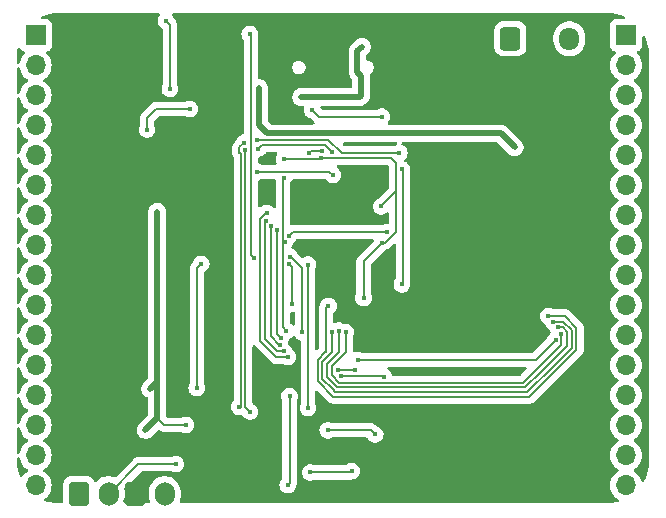
<source format=gbr>
%TF.GenerationSoftware,KiCad,Pcbnew,8.99.0-2608-ga0707285a1*%
%TF.CreationDate,2024-10-09T18:54:20+07:00*%
%TF.ProjectId,dev_Board_8khz,6465765f-426f-4617-9264-5f386b687a2e,rev?*%
%TF.SameCoordinates,Original*%
%TF.FileFunction,Copper,L2,Bot*%
%TF.FilePolarity,Positive*%
%FSLAX46Y46*%
G04 Gerber Fmt 4.6, Leading zero omitted, Abs format (unit mm)*
G04 Created by KiCad (PCBNEW 8.99.0-2608-ga0707285a1) date 2024-10-09 18:54:20*
%MOMM*%
%LPD*%
G01*
G04 APERTURE LIST*
G04 Aperture macros list*
%AMRoundRect*
0 Rectangle with rounded corners*
0 $1 Rounding radius*
0 $2 $3 $4 $5 $6 $7 $8 $9 X,Y pos of 4 corners*
0 Add a 4 corners polygon primitive as box body*
4,1,4,$2,$3,$4,$5,$6,$7,$8,$9,$2,$3,0*
0 Add four circle primitives for the rounded corners*
1,1,$1+$1,$2,$3*
1,1,$1+$1,$4,$5*
1,1,$1+$1,$6,$7*
1,1,$1+$1,$8,$9*
0 Add four rect primitives between the rounded corners*
20,1,$1+$1,$2,$3,$4,$5,0*
20,1,$1+$1,$4,$5,$6,$7,0*
20,1,$1+$1,$6,$7,$8,$9,0*
20,1,$1+$1,$8,$9,$2,$3,0*%
G04 Aperture macros list end*
%TA.AperFunction,ComponentPad*%
%ADD10O,1.000000X2.100000*%
%TD*%
%TA.AperFunction,ComponentPad*%
%ADD11O,1.000000X1.800000*%
%TD*%
%TA.AperFunction,ComponentPad*%
%ADD12RoundRect,0.250000X-0.600000X-0.725000X0.600000X-0.725000X0.600000X0.725000X-0.600000X0.725000X0*%
%TD*%
%TA.AperFunction,ComponentPad*%
%ADD13O,1.700000X1.950000*%
%TD*%
%TA.AperFunction,ComponentPad*%
%ADD14RoundRect,0.250000X-0.600000X-0.750000X0.600000X-0.750000X0.600000X0.750000X-0.600000X0.750000X0*%
%TD*%
%TA.AperFunction,ComponentPad*%
%ADD15O,1.700000X2.000000*%
%TD*%
%TA.AperFunction,ComponentPad*%
%ADD16R,1.700000X1.700000*%
%TD*%
%TA.AperFunction,ComponentPad*%
%ADD17O,1.700000X1.700000*%
%TD*%
%TA.AperFunction,ViaPad*%
%ADD18C,0.400000*%
%TD*%
%TA.AperFunction,ViaPad*%
%ADD19C,0.600000*%
%TD*%
%TA.AperFunction,Conductor*%
%ADD20C,0.200000*%
%TD*%
%TA.AperFunction,Conductor*%
%ADD21C,0.500000*%
%TD*%
G04 APERTURE END LIST*
D10*
%TO.P,Jd1,S1,SHIELD*%
%TO.N,GND*%
X171070000Y-65125000D03*
D11*
X171070000Y-60925000D03*
D10*
X162430000Y-65125000D03*
D11*
X162430000Y-60925000D03*
%TD*%
D12*
%TO.P,J1,1,Pin_1*%
%TO.N,+5V*%
X181770000Y-62170000D03*
D13*
%TO.P,J1,2,Pin_2*%
%TO.N,GND*%
X184270000Y-62170000D03*
%TO.P,J1,3,Pin_3*%
%TO.N,C5*%
X186770000Y-62170000D03*
%TD*%
D14*
%TO.P,RST,1,1*%
%TO.N,GND*%
X150000000Y-100700000D03*
D15*
%TO.P,RST,2,2*%
%TO.N,RST*%
X152500000Y-100700000D03*
%TD*%
D14*
%TO.P,BOOT0,1,1*%
%TO.N,+3.3V*%
X145250000Y-100700000D03*
D15*
%TO.P,BOOT0,2,2*%
%TO.N,BOOT*%
X147750000Y-100700000D03*
%TD*%
D16*
%TO.P,J2,1,Pin_1*%
%TO.N,C4*%
X191570000Y-61880000D03*
D17*
%TO.P,J2,2,Pin_2*%
%TO.N,A7*%
X191570000Y-64420000D03*
%TO.P,J2,3,Pin_3*%
%TO.N,A6*%
X191570000Y-66960000D03*
%TO.P,J2,4,Pin_4*%
%TO.N,A4*%
X191570000Y-69500000D03*
%TO.P,J2,5,Pin_5*%
%TO.N,A2*%
X191570000Y-72040000D03*
%TO.P,J2,6,Pin_6*%
%TO.N,A1*%
X191570000Y-74580000D03*
%TO.P,J2,7,Pin_7*%
%TO.N,A0*%
X191570000Y-77120000D03*
%TO.P,J2,8,Pin_8*%
%TO.N,C1*%
X191570000Y-79660000D03*
%TO.P,J2,9,Pin_9*%
%TO.N,C13*%
X191570000Y-82200000D03*
%TO.P,J2,10,Pin_10*%
%TO.N,B9*%
X191570000Y-84740000D03*
%TO.P,J2,11,Pin_11*%
%TO.N,B8*%
X191570000Y-87280000D03*
%TO.P,J2,12,Pin_12*%
%TO.N,B7*%
X191570000Y-89820000D03*
%TO.P,J2,13,Pin_13*%
%TO.N,B6*%
X191570000Y-92360000D03*
%TO.P,J2,14,Pin_14*%
%TO.N,B4*%
X191570000Y-94900000D03*
%TO.P,J2,15,Pin_15*%
%TO.N,B3*%
X191570000Y-97440000D03*
%TO.P,J2,16,Pin_16*%
%TO.N,D2*%
X191570000Y-99980000D03*
%TD*%
D16*
%TO.P,J3,1,Pin_1*%
%TO.N,B2*%
X141580000Y-61880000D03*
D17*
%TO.P,J3,2,Pin_2*%
%TO.N,B14*%
X141580000Y-64420000D03*
%TO.P,J3,3,Pin_3*%
%TO.N,B15*%
X141580000Y-66960000D03*
%TO.P,J3,4,Pin_4*%
%TO.N,C6*%
X141580000Y-69500000D03*
%TO.P,J3,5,Pin_5*%
%TO.N,C7*%
X141580000Y-72040000D03*
%TO.P,J3,6,Pin_6*%
%TO.N,C8*%
X141580000Y-74580000D03*
%TO.P,J3,7,Pin_7*%
%TO.N,C9*%
X141580000Y-77120000D03*
%TO.P,J3,8,Pin_8*%
%TO.N,A8*%
X141580000Y-79660000D03*
%TO.P,J3,9,Pin_9*%
%TO.N,A9*%
X141580000Y-82200000D03*
%TO.P,J3,10,Pin_10*%
%TO.N,A10*%
X141580000Y-84740000D03*
%TO.P,J3,11,Pin_11*%
%TO.N,SWD*%
X141580000Y-87280000D03*
%TO.P,J3,12,Pin_12*%
%TO.N,SWC*%
X141580000Y-89820000D03*
%TO.P,J3,13,Pin_13*%
%TO.N,A15*%
X141580000Y-92360000D03*
%TO.P,J3,14,Pin_14*%
%TO.N,C10*%
X141580000Y-94900000D03*
%TO.P,J3,15,Pin_15*%
%TO.N,C11*%
X141580000Y-97440000D03*
%TO.P,J3,16,Pin_16*%
%TO.N,C12*%
X141580000Y-99980000D03*
%TD*%
D18*
%TO.N,RST*%
X162925000Y-99950000D03*
X163075000Y-92425000D03*
%TO.N,GND*%
X179950000Y-90425000D03*
X174700000Y-75500000D03*
X169925000Y-93800000D03*
X179775000Y-97525000D03*
X174275000Y-90250000D03*
X170300000Y-87725000D03*
D19*
X147500000Y-63000000D03*
D18*
X164500000Y-100950000D03*
X154325000Y-92450000D03*
X161175000Y-75025000D03*
X176940000Y-94100000D03*
X158500000Y-69100000D03*
D19*
X147500000Y-60500000D03*
D18*
X185450000Y-94525000D03*
X150075000Y-93975000D03*
%TO.N,stp*%
X161468324Y-78063593D03*
X162227675Y-88111213D03*
%TO.N,clk*%
X161990000Y-78360000D03*
X162330000Y-87520000D03*
%TO.N,nxt*%
X162921566Y-89111213D03*
X168620000Y-90240000D03*
X167145527Y-90191276D03*
X161121924Y-76912617D03*
%TO.N,+3.3V*%
X152940000Y-66410000D03*
X151000000Y-69860000D03*
X165730000Y-72267914D03*
X150870000Y-95290000D03*
X162654839Y-79380000D03*
X170325000Y-95675000D03*
X170940000Y-79420000D03*
X151260000Y-91810000D03*
X162600000Y-70190000D03*
X169340000Y-84130000D03*
X162600000Y-73920000D03*
X154300000Y-94860000D03*
X154614620Y-68104620D03*
X166300000Y-95320000D03*
X160490000Y-66360000D03*
X162810000Y-86890000D03*
X170807208Y-76370000D03*
X151880000Y-76800000D03*
X152600000Y-60650000D03*
X162620000Y-72340000D03*
X182130000Y-71370000D03*
%TO.N,BOOT*%
X164825001Y-98886574D03*
X153433606Y-98174392D03*
X168325000Y-98775000D03*
%TO.N,Net-(U1-PA11)*%
X172370000Y-71830000D03*
X159253701Y-70954869D03*
X158830000Y-93330104D03*
X160330000Y-70730000D03*
%TO.N,B2*%
X159710000Y-61780000D03*
X163117494Y-80633806D03*
X164144731Y-87020000D03*
X160068324Y-80730000D03*
%TO.N,C4*%
X166652861Y-87020000D03*
X185380000Y-86148281D03*
%TO.N,Net-(U1-PA12)*%
X159710000Y-93740000D03*
X166690000Y-71767914D03*
X160430000Y-71470000D03*
X159330000Y-71550000D03*
%TO.N,C5*%
X184980000Y-85653812D03*
X166370000Y-84790000D03*
%TO.N,Net-(U1-VCAP_1)*%
X155590000Y-81230000D03*
X163050000Y-81230000D03*
X163320000Y-84600000D03*
X155220000Y-91730000D03*
%TO.N,dir*%
X162576738Y-88611213D03*
X161115960Y-77577957D03*
X167450000Y-90740000D03*
X171050000Y-90780000D03*
%TO.N,A6*%
X167825000Y-87016446D03*
X186062165Y-87185000D03*
%TO.N,A7*%
X167238541Y-86889685D03*
X185780000Y-86615974D03*
%TO.N,A4*%
X185590000Y-87685000D03*
X168850000Y-89350000D03*
%TO.N,data7*%
X164644731Y-81284731D03*
X164630000Y-93420000D03*
%TO.N,Net-(C10-Pad2)*%
X162990000Y-78880000D03*
X171350000Y-78530000D03*
%TO.N,HS_D-*%
X164730000Y-71820000D03*
X165780000Y-71670000D03*
%TO.N,Net-(U2-RBIAS)*%
X172580000Y-82965000D03*
X172580000Y-73215000D03*
%TO.N,Net-(U2-VBUS)*%
X166730000Y-73700000D03*
X160330000Y-73420000D03*
%TO.N,+5V*%
X169130000Y-66980000D03*
X169200000Y-62850000D03*
X164050000Y-67110000D03*
%TO.N,D+*%
X165000000Y-68200000D03*
X170870000Y-68760000D03*
%TD*%
D20*
%TO.N,RST*%
X163075000Y-92425000D02*
X163075000Y-99800000D01*
X163075000Y-99800000D02*
X162925000Y-99950000D01*
%TO.N,GND*%
X174275000Y-90250000D02*
X174450000Y-90425000D01*
X174450000Y-90425000D02*
X179950000Y-90425000D01*
%TO.N,stp*%
X162214106Y-88111213D02*
X162227675Y-88111213D01*
X161468324Y-87365431D02*
X162214106Y-88111213D01*
X161468324Y-78063593D02*
X161468324Y-87365431D01*
%TO.N,clk*%
X161990000Y-78360000D02*
X161990000Y-87180000D01*
X161990000Y-87180000D02*
X162330000Y-87520000D01*
%TO.N,nxt*%
X162921566Y-89111213D02*
X161954883Y-89111213D01*
X167194251Y-90240000D02*
X167145527Y-90191276D01*
X160568324Y-77418486D02*
X161074193Y-76912617D01*
X160568324Y-87724654D02*
X160568324Y-87393283D01*
X160568324Y-87393283D02*
X160568324Y-77418486D01*
X161954883Y-89111213D02*
X160568324Y-87724654D01*
X168620000Y-90240000D02*
X167194251Y-90240000D01*
X161074193Y-76912617D02*
X161121924Y-76912617D01*
D21*
%TO.N,+3.3V*%
X151880000Y-90700000D02*
X151880000Y-94280000D01*
D20*
X152940000Y-60990000D02*
X152940000Y-66410000D01*
X154300000Y-94860000D02*
X152460000Y-94860000D01*
D21*
X151880000Y-76800000D02*
X151880000Y-90700000D01*
D20*
X171157107Y-79430000D02*
X170950000Y-79430000D01*
X162490000Y-79215161D02*
X162490000Y-76000000D01*
X172080000Y-78507107D02*
X171157107Y-79430000D01*
X151805380Y-68104620D02*
X151000000Y-68910000D01*
X165657914Y-72340000D02*
X165730000Y-72267914D01*
D21*
X151880000Y-90700000D02*
X151880000Y-91190000D01*
D20*
X172080000Y-75097208D02*
X170807208Y-76370000D01*
X162620000Y-72340000D02*
X165657914Y-72340000D01*
X162490000Y-86570000D02*
X162810000Y-86890000D01*
X169340000Y-81020000D02*
X170940000Y-79420000D01*
X169970000Y-95320000D02*
X170325000Y-95675000D01*
X171667914Y-72267914D02*
X171910000Y-72510000D01*
X151000000Y-68910000D02*
X151000000Y-69860000D01*
D21*
X180940000Y-70180000D02*
X182130000Y-71370000D01*
D20*
X166300000Y-95320000D02*
X169970000Y-95320000D01*
X152460000Y-94860000D02*
X151880000Y-94280000D01*
D21*
X151880000Y-91190000D02*
X151260000Y-91810000D01*
D20*
X162490000Y-76000000D02*
X162490000Y-86570000D01*
D21*
X161190000Y-70180000D02*
X162900000Y-70180000D01*
D20*
X162490000Y-76000000D02*
X162490000Y-74030000D01*
D21*
X151880000Y-94280000D02*
X150870000Y-95290000D01*
X160490000Y-66360000D02*
X160490000Y-69480000D01*
D20*
X170950000Y-79430000D02*
X170940000Y-79420000D01*
X169340000Y-84130000D02*
X169340000Y-81020000D01*
X154614620Y-68104620D02*
X151805380Y-68104620D01*
X162654839Y-79380000D02*
X162490000Y-79215161D01*
X162550000Y-79484839D02*
X162654839Y-79380000D01*
X162490000Y-74030000D02*
X162600000Y-73920000D01*
X152600000Y-60650000D02*
X152940000Y-60990000D01*
X172080000Y-74380000D02*
X172080000Y-78507107D01*
X172080000Y-74380000D02*
X172080000Y-75097208D01*
D21*
X162900000Y-70180000D02*
X180940000Y-70180000D01*
X160490000Y-69480000D02*
X161190000Y-70180000D01*
D20*
X171910000Y-72510000D02*
X172080000Y-72680000D01*
X172080000Y-72680000D02*
X172080000Y-74380000D01*
X165730000Y-72267914D02*
X171667914Y-72267914D01*
%TO.N,BOOT*%
X164825001Y-98886574D02*
X168213426Y-98886574D01*
X147750000Y-100700000D02*
X150275608Y-98174392D01*
X168213426Y-98886574D02*
X168325000Y-98775000D01*
X150275608Y-98174392D02*
X153433606Y-98174392D01*
%TO.N,Net-(U1-PA11)*%
X158930000Y-93320000D02*
X158930000Y-92010000D01*
X167497107Y-71867914D02*
X169510000Y-71867914D01*
X158830000Y-71840000D02*
X158830000Y-71342893D01*
X159218024Y-70954869D02*
X159253701Y-70954869D01*
X160330000Y-70730000D02*
X166359193Y-70730000D01*
X158930000Y-92010000D02*
X158930000Y-71940000D01*
X158930000Y-71940000D02*
X158870000Y-71880000D01*
X158830000Y-93330104D02*
X158919896Y-93330104D01*
X172332086Y-71867914D02*
X172370000Y-71830000D01*
X158870000Y-71880000D02*
X158830000Y-71840000D01*
X158830000Y-71342893D02*
X159218024Y-70954869D01*
X158919896Y-93330104D02*
X158930000Y-93320000D01*
X169510000Y-71867914D02*
X172332086Y-71867914D01*
X166359193Y-70730000D02*
X167497107Y-71867914D01*
%TO.N,B2*%
X164144731Y-87020000D02*
X164144731Y-81617624D01*
X164144731Y-81617624D02*
X163160913Y-80633806D01*
X160068324Y-80730000D02*
X159830000Y-80491676D01*
X159830000Y-61900000D02*
X159710000Y-61780000D01*
X163160913Y-80633806D02*
X163117494Y-80633806D01*
X159830000Y-80491676D02*
X159830000Y-61900000D01*
%TO.N,C4*%
X166652861Y-87020000D02*
X166652861Y-88715767D01*
X165845527Y-89523101D02*
X165845527Y-90976898D01*
X165845527Y-90976898D02*
X166724314Y-91855684D01*
X186962165Y-86812207D02*
X186265932Y-86115974D01*
X166724314Y-91855684D02*
X166958628Y-92089999D01*
X185412307Y-86115974D02*
X185380000Y-86148281D01*
X166958629Y-92090000D02*
X183210000Y-92090000D01*
X166189314Y-89179314D02*
X165845527Y-89523101D01*
X166958628Y-92089999D02*
X166958629Y-92090000D01*
X186265932Y-86115974D02*
X185412307Y-86115974D01*
X186962165Y-88337835D02*
X186962165Y-86812207D01*
X166652861Y-88715767D02*
X166189314Y-89179314D01*
X183210000Y-92090000D02*
X185460000Y-89840000D01*
X185460000Y-89840000D02*
X186962165Y-88337835D01*
%TO.N,Net-(U1-PA12)*%
X166092086Y-71170000D02*
X160730000Y-71170000D01*
X159330000Y-93360000D02*
X159710000Y-93740000D01*
X159330000Y-71550000D02*
X159330000Y-93360000D01*
X160730000Y-71170000D02*
X160430000Y-71470000D01*
X166690000Y-71767914D02*
X166092086Y-71170000D01*
%TO.N,C5*%
X166152861Y-85007139D02*
X166152861Y-88650081D01*
X183375686Y-92490000D02*
X187362165Y-88503521D01*
X187362165Y-86646521D02*
X186363925Y-85648281D01*
X167124313Y-92490000D02*
X183375686Y-92490000D01*
X165445527Y-89357415D02*
X165445527Y-91142584D01*
X166076471Y-88726471D02*
X165445527Y-89357415D01*
X166152861Y-88650081D02*
X166076471Y-88726471D01*
X186363925Y-85648281D02*
X184985531Y-85648281D01*
X187362165Y-88503521D02*
X187362165Y-86646521D01*
X166370000Y-84790000D02*
X166152861Y-85007139D01*
X184985531Y-85648281D02*
X184980000Y-85653812D01*
X166792943Y-92490000D02*
X167124313Y-92490000D01*
X165445527Y-91142584D02*
X166792943Y-92490000D01*
%TO.N,Net-(U1-VCAP_1)*%
X155220000Y-91730000D02*
X155220000Y-81600000D01*
X163320000Y-84600000D02*
X163320000Y-81500000D01*
X155220000Y-81600000D02*
X155590000Y-81230000D01*
X163320000Y-81500000D02*
X163050000Y-81230000D01*
%TO.N,dir*%
X167450000Y-90740000D02*
X171010000Y-90740000D01*
X171010000Y-90740000D02*
X171050000Y-90780000D01*
X160968324Y-77725593D02*
X160968324Y-87558969D01*
X160968324Y-87558969D02*
X162020568Y-88611213D01*
X161115960Y-77577957D02*
X160968324Y-77725593D01*
X162020568Y-88611213D02*
X162576738Y-88611213D01*
%TO.N,A6*%
X182850000Y-91290000D02*
X186060000Y-88080000D01*
X186060000Y-88080000D02*
X186090000Y-88050000D01*
X186090000Y-87212835D02*
X186062165Y-87185000D01*
X166645527Y-90645527D02*
X167290000Y-91290000D01*
X166645527Y-89854473D02*
X166645527Y-90645527D01*
X166730000Y-89770000D02*
X166645527Y-89854473D01*
X167290000Y-91290000D02*
X182850000Y-91290000D01*
X186090000Y-88050000D02*
X186090000Y-87212835D01*
X167825000Y-88675000D02*
X166730000Y-89770000D01*
X167825000Y-87016446D02*
X167825000Y-88675000D01*
%TO.N,A7*%
X186562165Y-86977893D02*
X186200246Y-86615974D01*
X167124314Y-91690000D02*
X183015685Y-91690000D01*
X184362843Y-90342843D02*
X186562165Y-88143521D01*
X166874315Y-91440000D02*
X167124314Y-91690000D01*
X166817157Y-89117157D02*
X166245527Y-89688787D01*
X166245527Y-89688787D02*
X166245527Y-90811213D01*
X167238541Y-86889685D02*
X167238541Y-88695773D01*
X167238541Y-88695773D02*
X166817157Y-89117157D01*
X186562165Y-88143521D02*
X186562165Y-86977893D01*
X186200246Y-86615974D02*
X185780000Y-86615974D01*
X166245527Y-90811213D02*
X166874315Y-91440000D01*
X183015685Y-91690000D02*
X184362843Y-90342843D01*
%TO.N,A4*%
X168850000Y-89350000D02*
X183925000Y-89350000D01*
X183925000Y-89350000D02*
X185590000Y-87685000D01*
%TO.N,data7*%
X164644731Y-81284731D02*
X164644731Y-93405269D01*
X164644731Y-93405269D02*
X164630000Y-93420000D01*
%TO.N,Net-(C10-Pad2)*%
X163340000Y-78530000D02*
X162990000Y-78880000D01*
X171350000Y-78530000D02*
X163340000Y-78530000D01*
%TO.N,HS_D-*%
X164880000Y-71670000D02*
X164730000Y-71820000D01*
X165780000Y-71670000D02*
X164880000Y-71670000D01*
%TO.N,Net-(U2-RBIAS)*%
X172680000Y-79840000D02*
X172680000Y-73315000D01*
X172680000Y-73315000D02*
X172580000Y-73215000D01*
X172580000Y-82870000D02*
X172680000Y-82770000D01*
X172680000Y-82770000D02*
X172680000Y-79840000D01*
X172580000Y-82965000D02*
X172580000Y-82870000D01*
%TO.N,Net-(U2-VBUS)*%
X160330000Y-73420000D02*
X166450000Y-73420000D01*
X166450000Y-73420000D02*
X166730000Y-73700000D01*
D21*
%TO.N,+5V*%
X169140000Y-65550000D02*
X169130000Y-65560000D01*
X169200000Y-62850000D02*
X168815000Y-63235000D01*
X164060000Y-67100000D02*
X164050000Y-67110000D01*
X169140000Y-65300000D02*
X169140000Y-65550000D01*
X169010000Y-67100000D02*
X164060000Y-67100000D01*
X169130000Y-66980000D02*
X169010000Y-67100000D01*
X168815000Y-64975000D02*
X169140000Y-65300000D01*
X169130000Y-65560000D02*
X169130000Y-66980000D01*
X168815000Y-63235000D02*
X168815000Y-64975000D01*
D20*
%TO.N,D+*%
X170870000Y-68760000D02*
X165560000Y-68760000D01*
X165560000Y-68760000D02*
X165000000Y-68200000D01*
%TD*%
%TA.AperFunction,Conductor*%
%TO.N,GND*%
G36*
X183107942Y-89970185D02*
G01*
X183153697Y-90022989D01*
X183163641Y-90092147D01*
X183134616Y-90155703D01*
X183128584Y-90162181D01*
X182637584Y-90653181D01*
X182576261Y-90686666D01*
X182549903Y-90689500D01*
X171850454Y-90689500D01*
X171783415Y-90669815D01*
X171737660Y-90617011D01*
X171734512Y-90609471D01*
X171710785Y-90546910D01*
X171674818Y-90452070D01*
X171578183Y-90312071D01*
X171450852Y-90199266D01*
X171422328Y-90184295D01*
X171372118Y-90135712D01*
X171356143Y-90067693D01*
X171379478Y-90001835D01*
X171434714Y-89959048D01*
X171479956Y-89950500D01*
X183040903Y-89950500D01*
X183107942Y-89970185D01*
G37*
%TD.AperFunction*%
%TA.AperFunction,Conductor*%
G36*
X161832539Y-74040185D02*
G01*
X161878294Y-74092989D01*
X161889500Y-74144500D01*
X161889500Y-76393578D01*
X161869815Y-76460617D01*
X161817011Y-76506372D01*
X161747853Y-76516316D01*
X161684297Y-76487291D01*
X161663451Y-76464020D01*
X161661102Y-76460617D01*
X161650107Y-76444688D01*
X161522776Y-76331883D01*
X161522773Y-76331880D01*
X161372150Y-76252827D01*
X161206980Y-76212117D01*
X161036868Y-76212117D01*
X160871697Y-76252827D01*
X160721074Y-76331881D01*
X160721072Y-76331883D01*
X160651433Y-76393578D01*
X160636727Y-76406606D01*
X160573494Y-76436327D01*
X160504230Y-76427143D01*
X160450927Y-76381971D01*
X160430507Y-76315152D01*
X160430500Y-76313790D01*
X160430500Y-74213841D01*
X160450185Y-74146802D01*
X160502989Y-74101047D01*
X160507491Y-74099097D01*
X160515946Y-74095632D01*
X160580225Y-74079790D01*
X160671323Y-74031977D01*
X160676745Y-74029756D01*
X160693058Y-74028065D01*
X160723754Y-74020500D01*
X161765500Y-74020500D01*
X161832539Y-74040185D01*
G37*
%TD.AperFunction*%
%TA.AperFunction,Conductor*%
G36*
X152027923Y-60020185D02*
G01*
X152073678Y-60072989D01*
X152083622Y-60142147D01*
X152062934Y-60194940D01*
X151975182Y-60322068D01*
X151914860Y-60481125D01*
X151914859Y-60481130D01*
X151894355Y-60650000D01*
X151914859Y-60818869D01*
X151914860Y-60818874D01*
X151975182Y-60977931D01*
X152000698Y-61014896D01*
X152071817Y-61117929D01*
X152199148Y-61230734D01*
X152273128Y-61269562D01*
X152323338Y-61318145D01*
X152339500Y-61379357D01*
X152339500Y-66008199D01*
X152319815Y-66075238D01*
X152317551Y-66078638D01*
X152315182Y-66082069D01*
X152254860Y-66241125D01*
X152254859Y-66241130D01*
X152234355Y-66410000D01*
X152254859Y-66578869D01*
X152254860Y-66578874D01*
X152315182Y-66737931D01*
X152364209Y-66808957D01*
X152411817Y-66877929D01*
X152517505Y-66971560D01*
X152539150Y-66990736D01*
X152659539Y-67053921D01*
X152689775Y-67069790D01*
X152854944Y-67110500D01*
X153025056Y-67110500D01*
X153190225Y-67069790D01*
X153269692Y-67028081D01*
X153340849Y-66990736D01*
X153340850Y-66990734D01*
X153340852Y-66990734D01*
X153468183Y-66877929D01*
X153564818Y-66737930D01*
X153625140Y-66578872D01*
X153645645Y-66410000D01*
X153625140Y-66241128D01*
X153564818Y-66082070D01*
X153562448Y-66078637D01*
X153561489Y-66075727D01*
X153561331Y-66075426D01*
X153561381Y-66075399D01*
X153540567Y-66012283D01*
X153540500Y-66008199D01*
X153540500Y-61079060D01*
X153540501Y-61079047D01*
X153540501Y-60910944D01*
X153534876Y-60889951D01*
X153499577Y-60758216D01*
X153468853Y-60705000D01*
X153420524Y-60621290D01*
X153420518Y-60621282D01*
X153306880Y-60507644D01*
X153278619Y-60463934D01*
X153275993Y-60457011D01*
X153224818Y-60322070D01*
X153218477Y-60312884D01*
X153137066Y-60194940D01*
X153115183Y-60128586D01*
X153132648Y-60060934D01*
X153183916Y-60013464D01*
X153239116Y-60000500D01*
X189934108Y-60000500D01*
X189996949Y-60000500D01*
X190003032Y-60000648D01*
X190336929Y-60017052D01*
X190349037Y-60018245D01*
X190362116Y-60020185D01*
X190676699Y-60066849D01*
X190688617Y-60069219D01*
X191009951Y-60149709D01*
X191021588Y-60153240D01*
X191132438Y-60192902D01*
X191333467Y-60264832D01*
X191344698Y-60269484D01*
X191362353Y-60277834D01*
X191395276Y-60293406D01*
X191447462Y-60339864D01*
X191466247Y-60407162D01*
X191445666Y-60473931D01*
X191392253Y-60518974D01*
X191342258Y-60529500D01*
X190672129Y-60529500D01*
X190672123Y-60529501D01*
X190612516Y-60535908D01*
X190477671Y-60586202D01*
X190477664Y-60586206D01*
X190362455Y-60672452D01*
X190362452Y-60672455D01*
X190276206Y-60787664D01*
X190276202Y-60787671D01*
X190225908Y-60922517D01*
X190220122Y-60976342D01*
X190219501Y-60982123D01*
X190219500Y-60982135D01*
X190219500Y-62777870D01*
X190219501Y-62777876D01*
X190225908Y-62837483D01*
X190276202Y-62972328D01*
X190276206Y-62972335D01*
X190362452Y-63087544D01*
X190362455Y-63087547D01*
X190477664Y-63173793D01*
X190477671Y-63173797D01*
X190609081Y-63222810D01*
X190665015Y-63264681D01*
X190689432Y-63330145D01*
X190674580Y-63398418D01*
X190653430Y-63426673D01*
X190531503Y-63548600D01*
X190395965Y-63742169D01*
X190395964Y-63742171D01*
X190296098Y-63956335D01*
X190296094Y-63956344D01*
X190234938Y-64184586D01*
X190234936Y-64184596D01*
X190214341Y-64419999D01*
X190214341Y-64420000D01*
X190234936Y-64655403D01*
X190234938Y-64655413D01*
X190296094Y-64883655D01*
X190296096Y-64883659D01*
X190296097Y-64883663D01*
X190330932Y-64958367D01*
X190395965Y-65097830D01*
X190395967Y-65097834D01*
X190531501Y-65291395D01*
X190531506Y-65291402D01*
X190698597Y-65458493D01*
X190698603Y-65458498D01*
X190884158Y-65588425D01*
X190927783Y-65643002D01*
X190934977Y-65712500D01*
X190903454Y-65774855D01*
X190884158Y-65791575D01*
X190698597Y-65921505D01*
X190531505Y-66088597D01*
X190395965Y-66282169D01*
X190395964Y-66282171D01*
X190296098Y-66496335D01*
X190296094Y-66496344D01*
X190234938Y-66724586D01*
X190234936Y-66724596D01*
X190214341Y-66959999D01*
X190214341Y-66960000D01*
X190234936Y-67195403D01*
X190234938Y-67195413D01*
X190296094Y-67423655D01*
X190296096Y-67423659D01*
X190296097Y-67423663D01*
X190360015Y-67560735D01*
X190395965Y-67637830D01*
X190395967Y-67637834D01*
X190493196Y-67776690D01*
X190524681Y-67821656D01*
X190531501Y-67831395D01*
X190531506Y-67831402D01*
X190698597Y-67998493D01*
X190698603Y-67998498D01*
X190884158Y-68128425D01*
X190927783Y-68183002D01*
X190934977Y-68252500D01*
X190903454Y-68314855D01*
X190884158Y-68331575D01*
X190698597Y-68461505D01*
X190531505Y-68628597D01*
X190395965Y-68822169D01*
X190395964Y-68822171D01*
X190296098Y-69036335D01*
X190296094Y-69036344D01*
X190234938Y-69264586D01*
X190234936Y-69264596D01*
X190214341Y-69499999D01*
X190214341Y-69500000D01*
X190234936Y-69735403D01*
X190234938Y-69735413D01*
X190296094Y-69963655D01*
X190296096Y-69963659D01*
X190296097Y-69963663D01*
X190379360Y-70142221D01*
X190395965Y-70177830D01*
X190395967Y-70177834D01*
X190531501Y-70371395D01*
X190531506Y-70371402D01*
X190698597Y-70538493D01*
X190698603Y-70538498D01*
X190884158Y-70668425D01*
X190927783Y-70723002D01*
X190934977Y-70792500D01*
X190903454Y-70854855D01*
X190884158Y-70871575D01*
X190698597Y-71001505D01*
X190531505Y-71168597D01*
X190395965Y-71362169D01*
X190395964Y-71362171D01*
X190296098Y-71576335D01*
X190296094Y-71576344D01*
X190234938Y-71804586D01*
X190234936Y-71804596D01*
X190214341Y-72039999D01*
X190214341Y-72040000D01*
X190234936Y-72275403D01*
X190234938Y-72275413D01*
X190296094Y-72503655D01*
X190296096Y-72503659D01*
X190296097Y-72503663D01*
X190365048Y-72651529D01*
X190395965Y-72717830D01*
X190395967Y-72717834D01*
X190531501Y-72911395D01*
X190531506Y-72911402D01*
X190698597Y-73078493D01*
X190698603Y-73078498D01*
X190884158Y-73208425D01*
X190927783Y-73263002D01*
X190934977Y-73332500D01*
X190903454Y-73394855D01*
X190884158Y-73411575D01*
X190698597Y-73541505D01*
X190531505Y-73708597D01*
X190395965Y-73902169D01*
X190395964Y-73902171D01*
X190296098Y-74116335D01*
X190296094Y-74116344D01*
X190234938Y-74344586D01*
X190234936Y-74344596D01*
X190214341Y-74579999D01*
X190214341Y-74580000D01*
X190234936Y-74815403D01*
X190234938Y-74815413D01*
X190296094Y-75043655D01*
X190296096Y-75043659D01*
X190296097Y-75043663D01*
X190395965Y-75257830D01*
X190395967Y-75257834D01*
X190531501Y-75451395D01*
X190531506Y-75451402D01*
X190698597Y-75618493D01*
X190698603Y-75618498D01*
X190884158Y-75748425D01*
X190927783Y-75803002D01*
X190934977Y-75872500D01*
X190903454Y-75934855D01*
X190884158Y-75951575D01*
X190698597Y-76081505D01*
X190531505Y-76248597D01*
X190395965Y-76442169D01*
X190395964Y-76442171D01*
X190296098Y-76656335D01*
X190296094Y-76656344D01*
X190234938Y-76884586D01*
X190234936Y-76884596D01*
X190214341Y-77119999D01*
X190214341Y-77120000D01*
X190234936Y-77355403D01*
X190234938Y-77355413D01*
X190296094Y-77583655D01*
X190296096Y-77583659D01*
X190296097Y-77583663D01*
X190352911Y-77705500D01*
X190395965Y-77797830D01*
X190395967Y-77797834D01*
X190531501Y-77991395D01*
X190531506Y-77991402D01*
X190698597Y-78158493D01*
X190698603Y-78158498D01*
X190884158Y-78288425D01*
X190927783Y-78343002D01*
X190934977Y-78412500D01*
X190903454Y-78474855D01*
X190884158Y-78491575D01*
X190698597Y-78621505D01*
X190531505Y-78788597D01*
X190395965Y-78982169D01*
X190395964Y-78982171D01*
X190296098Y-79196335D01*
X190296094Y-79196344D01*
X190234938Y-79424586D01*
X190234936Y-79424596D01*
X190214341Y-79659999D01*
X190214341Y-79660000D01*
X190234936Y-79895403D01*
X190234938Y-79895413D01*
X190296094Y-80123655D01*
X190296096Y-80123659D01*
X190296097Y-80123663D01*
X190381064Y-80305875D01*
X190395965Y-80337830D01*
X190395967Y-80337834D01*
X190531501Y-80531395D01*
X190531506Y-80531402D01*
X190698597Y-80698493D01*
X190698603Y-80698498D01*
X190884158Y-80828425D01*
X190927783Y-80883002D01*
X190934977Y-80952500D01*
X190903454Y-81014855D01*
X190884158Y-81031575D01*
X190698597Y-81161505D01*
X190531505Y-81328597D01*
X190395965Y-81522169D01*
X190395964Y-81522171D01*
X190296098Y-81736335D01*
X190296094Y-81736344D01*
X190234938Y-81964586D01*
X190234936Y-81964596D01*
X190214341Y-82199999D01*
X190214341Y-82200000D01*
X190234936Y-82435403D01*
X190234938Y-82435413D01*
X190296094Y-82663655D01*
X190296096Y-82663659D01*
X190296097Y-82663663D01*
X190393246Y-82871999D01*
X190395965Y-82877830D01*
X190395967Y-82877834D01*
X190531501Y-83071395D01*
X190531506Y-83071402D01*
X190698597Y-83238493D01*
X190698603Y-83238498D01*
X190884158Y-83368425D01*
X190927783Y-83423002D01*
X190934977Y-83492500D01*
X190903454Y-83554855D01*
X190884158Y-83571575D01*
X190698597Y-83701505D01*
X190531505Y-83868597D01*
X190395965Y-84062169D01*
X190395964Y-84062171D01*
X190296098Y-84276335D01*
X190296094Y-84276344D01*
X190234938Y-84504586D01*
X190234936Y-84504596D01*
X190214341Y-84739999D01*
X190214341Y-84740000D01*
X190234936Y-84975403D01*
X190234938Y-84975413D01*
X190296094Y-85203655D01*
X190296096Y-85203659D01*
X190296097Y-85203663D01*
X190385621Y-85395647D01*
X190395965Y-85417830D01*
X190395967Y-85417834D01*
X190531501Y-85611395D01*
X190531506Y-85611402D01*
X190698597Y-85778493D01*
X190698603Y-85778498D01*
X190884158Y-85908425D01*
X190927783Y-85963002D01*
X190934977Y-86032500D01*
X190903454Y-86094855D01*
X190884158Y-86111575D01*
X190698597Y-86241505D01*
X190531505Y-86408597D01*
X190395965Y-86602169D01*
X190395964Y-86602171D01*
X190296098Y-86816335D01*
X190296094Y-86816344D01*
X190234938Y-87044586D01*
X190234936Y-87044596D01*
X190214341Y-87279999D01*
X190214341Y-87280000D01*
X190234936Y-87515403D01*
X190234938Y-87515413D01*
X190296094Y-87743655D01*
X190296096Y-87743659D01*
X190296097Y-87743663D01*
X190318086Y-87790818D01*
X190395965Y-87957830D01*
X190395967Y-87957834D01*
X190443352Y-88025506D01*
X190525821Y-88143284D01*
X190531501Y-88151395D01*
X190531506Y-88151402D01*
X190698597Y-88318493D01*
X190698603Y-88318498D01*
X190884158Y-88448425D01*
X190927783Y-88503002D01*
X190934977Y-88572500D01*
X190903454Y-88634855D01*
X190884158Y-88651575D01*
X190698597Y-88781505D01*
X190531505Y-88948597D01*
X190395965Y-89142169D01*
X190395964Y-89142171D01*
X190296098Y-89356335D01*
X190296094Y-89356344D01*
X190234938Y-89584586D01*
X190234936Y-89584596D01*
X190214341Y-89819999D01*
X190214341Y-89820000D01*
X190234936Y-90055403D01*
X190234938Y-90055413D01*
X190296094Y-90283655D01*
X190296096Y-90283659D01*
X190296097Y-90283663D01*
X190374626Y-90452068D01*
X190395965Y-90497830D01*
X190395967Y-90497834D01*
X190531501Y-90691395D01*
X190531506Y-90691402D01*
X190698597Y-90858493D01*
X190698603Y-90858498D01*
X190884158Y-90988425D01*
X190927783Y-91043002D01*
X190934977Y-91112500D01*
X190903454Y-91174855D01*
X190884158Y-91191575D01*
X190698597Y-91321505D01*
X190531505Y-91488597D01*
X190395965Y-91682169D01*
X190395964Y-91682171D01*
X190296098Y-91896335D01*
X190296094Y-91896344D01*
X190234938Y-92124586D01*
X190234936Y-92124596D01*
X190214341Y-92359999D01*
X190214341Y-92360000D01*
X190234936Y-92595403D01*
X190234938Y-92595413D01*
X190296094Y-92823655D01*
X190296096Y-92823659D01*
X190296097Y-92823663D01*
X190364577Y-92970519D01*
X190395965Y-93037830D01*
X190395967Y-93037834D01*
X190531501Y-93231395D01*
X190531506Y-93231402D01*
X190698597Y-93398493D01*
X190698603Y-93398498D01*
X190884158Y-93528425D01*
X190927783Y-93583002D01*
X190934977Y-93652500D01*
X190903454Y-93714855D01*
X190884158Y-93731575D01*
X190698597Y-93861505D01*
X190531505Y-94028597D01*
X190395965Y-94222169D01*
X190395964Y-94222171D01*
X190296098Y-94436335D01*
X190296094Y-94436344D01*
X190234938Y-94664586D01*
X190234936Y-94664596D01*
X190214341Y-94899999D01*
X190214341Y-94900000D01*
X190234936Y-95135403D01*
X190234938Y-95135413D01*
X190296094Y-95363655D01*
X190296096Y-95363659D01*
X190296097Y-95363663D01*
X190387884Y-95560500D01*
X190395965Y-95577830D01*
X190395967Y-95577834D01*
X190445050Y-95647931D01*
X190529418Y-95768421D01*
X190531501Y-95771395D01*
X190531506Y-95771402D01*
X190698597Y-95938493D01*
X190698603Y-95938498D01*
X190884158Y-96068425D01*
X190927783Y-96123002D01*
X190934977Y-96192500D01*
X190903454Y-96254855D01*
X190884158Y-96271575D01*
X190698597Y-96401505D01*
X190531505Y-96568597D01*
X190395965Y-96762169D01*
X190395964Y-96762171D01*
X190296098Y-96976335D01*
X190296094Y-96976344D01*
X190234938Y-97204586D01*
X190234936Y-97204596D01*
X190214341Y-97439999D01*
X190214341Y-97440000D01*
X190234936Y-97675403D01*
X190234938Y-97675413D01*
X190296094Y-97903655D01*
X190296096Y-97903659D01*
X190296097Y-97903663D01*
X190343594Y-98005520D01*
X190395965Y-98117830D01*
X190395967Y-98117834D01*
X190531501Y-98311395D01*
X190531506Y-98311402D01*
X190698597Y-98478493D01*
X190698603Y-98478498D01*
X190884158Y-98608425D01*
X190927783Y-98663002D01*
X190934977Y-98732500D01*
X190903454Y-98794855D01*
X190884158Y-98811575D01*
X190698597Y-98941505D01*
X190531505Y-99108597D01*
X190395965Y-99302169D01*
X190395964Y-99302171D01*
X190296098Y-99516335D01*
X190296094Y-99516344D01*
X190234938Y-99744586D01*
X190234936Y-99744596D01*
X190214341Y-99979999D01*
X190214341Y-99980000D01*
X190234936Y-100215403D01*
X190234938Y-100215413D01*
X190296094Y-100443655D01*
X190296096Y-100443659D01*
X190296097Y-100443663D01*
X190336699Y-100530734D01*
X190395965Y-100657830D01*
X190395967Y-100657834D01*
X190455140Y-100742341D01*
X190531505Y-100851401D01*
X190698599Y-101018495D01*
X190795384Y-101086265D01*
X190892165Y-101154032D01*
X190896856Y-101156740D01*
X190896018Y-101158190D01*
X190911599Y-101171908D01*
X190934811Y-101188179D01*
X190937474Y-101194690D01*
X190942755Y-101199340D01*
X190950528Y-101226609D01*
X190961260Y-101252849D01*
X190959980Y-101259766D01*
X190961909Y-101266533D01*
X190953706Y-101293672D01*
X190948548Y-101321552D01*
X190943730Y-101326680D01*
X190941695Y-101333415D01*
X190920122Y-101351810D01*
X190900710Y-101372476D01*
X190891446Y-101376264D01*
X190888531Y-101378751D01*
X190868042Y-101385837D01*
X190688629Y-101430777D01*
X190676694Y-101433151D01*
X190349037Y-101481754D01*
X190336928Y-101482947D01*
X190021989Y-101498419D01*
X190003031Y-101499351D01*
X189996949Y-101499500D01*
X153879635Y-101499500D01*
X153812596Y-101479815D01*
X153766841Y-101427011D01*
X153756897Y-101357853D01*
X153761704Y-101337182D01*
X153762928Y-101333415D01*
X153817246Y-101166243D01*
X153850500Y-100956287D01*
X153850500Y-100443713D01*
X153817246Y-100233757D01*
X153751557Y-100031588D01*
X153751554Y-100031582D01*
X153734849Y-99998795D01*
X153734848Y-99998794D01*
X153709986Y-99950000D01*
X162219355Y-99950000D01*
X162239859Y-100118869D01*
X162239860Y-100118874D01*
X162300182Y-100277931D01*
X162362475Y-100368177D01*
X162396817Y-100417929D01*
X162502505Y-100511560D01*
X162524150Y-100530736D01*
X162674773Y-100609789D01*
X162674775Y-100609790D01*
X162839944Y-100650500D01*
X163010056Y-100650500D01*
X163175225Y-100609790D01*
X163254692Y-100568081D01*
X163325849Y-100530736D01*
X163325850Y-100530734D01*
X163325852Y-100530734D01*
X163453183Y-100417929D01*
X163549818Y-100277930D01*
X163610140Y-100118872D01*
X163613970Y-100087320D01*
X163629682Y-100040261D01*
X163634577Y-100031785D01*
X163675501Y-99879057D01*
X163675501Y-99720943D01*
X163675501Y-99713348D01*
X163675500Y-99713330D01*
X163675500Y-98886574D01*
X164119356Y-98886574D01*
X164139860Y-99055443D01*
X164139861Y-99055448D01*
X164200183Y-99214505D01*
X164247654Y-99283277D01*
X164296818Y-99354503D01*
X164387444Y-99434790D01*
X164424151Y-99467310D01*
X164574774Y-99546363D01*
X164574776Y-99546364D01*
X164739945Y-99587074D01*
X164910057Y-99587074D01*
X165075226Y-99546364D01*
X165161129Y-99501277D01*
X165218755Y-99487074D01*
X168134365Y-99487074D01*
X168134369Y-99487075D01*
X168292483Y-99487075D01*
X168332564Y-99476334D01*
X168345643Y-99475663D01*
X168347464Y-99476097D01*
X168352006Y-99475500D01*
X168410056Y-99475500D01*
X168575225Y-99434790D01*
X168722598Y-99357442D01*
X168725849Y-99355736D01*
X168725850Y-99355734D01*
X168725852Y-99355734D01*
X168853183Y-99242929D01*
X168949818Y-99102930D01*
X169010140Y-98943872D01*
X169030645Y-98775000D01*
X169010140Y-98606128D01*
X168949818Y-98447070D01*
X168853183Y-98307071D01*
X168758316Y-98223026D01*
X168725849Y-98194263D01*
X168575226Y-98115210D01*
X168410056Y-98074500D01*
X168239944Y-98074500D01*
X168074773Y-98115210D01*
X167924149Y-98194264D01*
X167924147Y-98194266D01*
X167855718Y-98254889D01*
X167792485Y-98284611D01*
X167773491Y-98286074D01*
X165218755Y-98286074D01*
X165161129Y-98271870D01*
X165117460Y-98248950D01*
X165075225Y-98226783D01*
X164910057Y-98186074D01*
X164739945Y-98186074D01*
X164574774Y-98226784D01*
X164424151Y-98305837D01*
X164296817Y-98418646D01*
X164200183Y-98558642D01*
X164139861Y-98717699D01*
X164139860Y-98717704D01*
X164119356Y-98886574D01*
X163675500Y-98886574D01*
X163675500Y-95320000D01*
X165594355Y-95320000D01*
X165614859Y-95488869D01*
X165614860Y-95488874D01*
X165675182Y-95647931D01*
X165693867Y-95675000D01*
X165771817Y-95787929D01*
X165877505Y-95881560D01*
X165899150Y-95900736D01*
X166049773Y-95979789D01*
X166049775Y-95979790D01*
X166214944Y-96020500D01*
X166385056Y-96020500D01*
X166550225Y-95979790D01*
X166636128Y-95934703D01*
X166693754Y-95920500D01*
X169583330Y-95920500D01*
X169650369Y-95940185D01*
X169696124Y-95992989D01*
X169699273Y-96000532D01*
X169700182Y-96002931D01*
X169756931Y-96085145D01*
X169796817Y-96142929D01*
X169880424Y-96216998D01*
X169924150Y-96255736D01*
X170074773Y-96334789D01*
X170074775Y-96334790D01*
X170239944Y-96375500D01*
X170410056Y-96375500D01*
X170575225Y-96334790D01*
X170706359Y-96265965D01*
X170725849Y-96255736D01*
X170725850Y-96255734D01*
X170725852Y-96255734D01*
X170853183Y-96142929D01*
X170949818Y-96002930D01*
X171010140Y-95843872D01*
X171030645Y-95675000D01*
X171010140Y-95506128D01*
X170949818Y-95347070D01*
X170936604Y-95327927D01*
X170910079Y-95289498D01*
X170853183Y-95207071D01*
X170725852Y-95094266D01*
X170725849Y-95094263D01*
X170575226Y-95015210D01*
X170528126Y-95003601D01*
X170513426Y-94995310D01*
X170498374Y-94992036D01*
X170470120Y-94970885D01*
X170457590Y-94958355D01*
X170457588Y-94958352D01*
X170338717Y-94839481D01*
X170338709Y-94839475D01*
X170236936Y-94780717D01*
X170236934Y-94780716D01*
X170201790Y-94760425D01*
X170201789Y-94760424D01*
X170189263Y-94757067D01*
X170049057Y-94719499D01*
X169890943Y-94719499D01*
X169883347Y-94719499D01*
X169883331Y-94719500D01*
X166693754Y-94719500D01*
X166636128Y-94705296D01*
X166592459Y-94682376D01*
X166550224Y-94660209D01*
X166385056Y-94619500D01*
X166214944Y-94619500D01*
X166049773Y-94660210D01*
X165899150Y-94739263D01*
X165771816Y-94852072D01*
X165675182Y-94992068D01*
X165614860Y-95151125D01*
X165614859Y-95151130D01*
X165594355Y-95320000D01*
X163675500Y-95320000D01*
X163675500Y-92826800D01*
X163695185Y-92759761D01*
X163697429Y-92756389D01*
X163699818Y-92752930D01*
X163760140Y-92593872D01*
X163780645Y-92425000D01*
X163760140Y-92256128D01*
X163745396Y-92217252D01*
X163710257Y-92124596D01*
X163699818Y-92097070D01*
X163672801Y-92057930D01*
X163665476Y-92047318D01*
X163603183Y-91957071D01*
X163475852Y-91844266D01*
X163475849Y-91844263D01*
X163325226Y-91765210D01*
X163160056Y-91724500D01*
X162989944Y-91724500D01*
X162824773Y-91765210D01*
X162674150Y-91844263D01*
X162546816Y-91957072D01*
X162450182Y-92097068D01*
X162389860Y-92256125D01*
X162389859Y-92256130D01*
X162369355Y-92425000D01*
X162389859Y-92593869D01*
X162389860Y-92593874D01*
X162450181Y-92752928D01*
X162450182Y-92752930D01*
X162452549Y-92756360D01*
X162453509Y-92759269D01*
X162453668Y-92759572D01*
X162453617Y-92759598D01*
X162474433Y-92822713D01*
X162474500Y-92826800D01*
X162474500Y-99357442D01*
X162454815Y-99424481D01*
X162432727Y-99450257D01*
X162396818Y-99482069D01*
X162300182Y-99622068D01*
X162239860Y-99781125D01*
X162239859Y-99781130D01*
X162219355Y-99950000D01*
X153709986Y-99950000D01*
X153697544Y-99925582D01*
X153655051Y-99842184D01*
X153647023Y-99831134D01*
X153530109Y-99670213D01*
X153379786Y-99519890D01*
X153207820Y-99394951D01*
X153018414Y-99298444D01*
X153018413Y-99298443D01*
X153018412Y-99298443D01*
X152816243Y-99232754D01*
X152816241Y-99232753D01*
X152816240Y-99232753D01*
X152654957Y-99207208D01*
X152606287Y-99199500D01*
X152393713Y-99199500D01*
X152345042Y-99207208D01*
X152183760Y-99232753D01*
X151981585Y-99298444D01*
X151792179Y-99394951D01*
X151620213Y-99519890D01*
X151469890Y-99670213D01*
X151344951Y-99842179D01*
X151248444Y-100031585D01*
X151182753Y-100233760D01*
X151149500Y-100443713D01*
X151149500Y-100956286D01*
X151181478Y-101158190D01*
X151182754Y-101166243D01*
X151237072Y-101333415D01*
X151238296Y-101337182D01*
X151240291Y-101407023D01*
X151204211Y-101466856D01*
X151141510Y-101497684D01*
X151120365Y-101499500D01*
X149129635Y-101499500D01*
X149062596Y-101479815D01*
X149016841Y-101427011D01*
X149006897Y-101357853D01*
X149011704Y-101337182D01*
X149012928Y-101333415D01*
X149067246Y-101166243D01*
X149100500Y-100956287D01*
X149100500Y-100443713D01*
X149076887Y-100294630D01*
X149085841Y-100225340D01*
X149111676Y-100187557D01*
X150488024Y-98811211D01*
X150549347Y-98777726D01*
X150575705Y-98774892D01*
X153039852Y-98774892D01*
X153097477Y-98789095D01*
X153183381Y-98834182D01*
X153348550Y-98874892D01*
X153518662Y-98874892D01*
X153683831Y-98834182D01*
X153796592Y-98775000D01*
X153834455Y-98755128D01*
X153834456Y-98755126D01*
X153834458Y-98755126D01*
X153961789Y-98642321D01*
X154058424Y-98502322D01*
X154118746Y-98343264D01*
X154139251Y-98174392D01*
X154118746Y-98005520D01*
X154117802Y-98003032D01*
X154091663Y-97934108D01*
X154058424Y-97846462D01*
X153961789Y-97706463D01*
X153858341Y-97614816D01*
X153834455Y-97593655D01*
X153683832Y-97514602D01*
X153518662Y-97473892D01*
X153348550Y-97473892D01*
X153183381Y-97514601D01*
X153125777Y-97544835D01*
X153097477Y-97559688D01*
X153039852Y-97573892D01*
X150354665Y-97573892D01*
X150196551Y-97573892D01*
X150043823Y-97614815D01*
X150043822Y-97614815D01*
X150043820Y-97614816D01*
X150043817Y-97614817D01*
X150008674Y-97635108D01*
X150008672Y-97635109D01*
X149906898Y-97693867D01*
X149906890Y-97693873D01*
X149795086Y-97805678D01*
X148347736Y-99253027D01*
X148286413Y-99286512D01*
X148221737Y-99283277D01*
X148066240Y-99232753D01*
X147904957Y-99207208D01*
X147856287Y-99199500D01*
X147643713Y-99199500D01*
X147595042Y-99207208D01*
X147433760Y-99232753D01*
X147231585Y-99298444D01*
X147042179Y-99394951D01*
X146870215Y-99519889D01*
X146731398Y-99658706D01*
X146670075Y-99692190D01*
X146600383Y-99687206D01*
X146544450Y-99645334D01*
X146538178Y-99636120D01*
X146442712Y-99481344D01*
X146318657Y-99357289D01*
X146318656Y-99357288D01*
X146203909Y-99286512D01*
X146169336Y-99265187D01*
X146169331Y-99265185D01*
X146144992Y-99257120D01*
X146002797Y-99210001D01*
X146002795Y-99210000D01*
X145900010Y-99199500D01*
X144599998Y-99199500D01*
X144599981Y-99199501D01*
X144497203Y-99210000D01*
X144497200Y-99210001D01*
X144330668Y-99265185D01*
X144330663Y-99265187D01*
X144181342Y-99357289D01*
X144057289Y-99481342D01*
X143965187Y-99630663D01*
X143965185Y-99630668D01*
X143946450Y-99687206D01*
X143910001Y-99797203D01*
X143910001Y-99797204D01*
X143910000Y-99797204D01*
X143899500Y-99899983D01*
X143899500Y-99899991D01*
X143899500Y-100657834D01*
X143899501Y-101375500D01*
X143879816Y-101442539D01*
X143827013Y-101488294D01*
X143775501Y-101499500D01*
X143503051Y-101499500D01*
X143496968Y-101499351D01*
X143476900Y-101498365D01*
X143163071Y-101482947D01*
X143150962Y-101481754D01*
X142823305Y-101433151D01*
X142811369Y-101430777D01*
X142490055Y-101350292D01*
X142478411Y-101346759D01*
X142376048Y-101310133D01*
X142319559Y-101269015D01*
X142294267Y-101203883D01*
X142308204Y-101135417D01*
X142346693Y-101091811D01*
X142451401Y-101018495D01*
X142618495Y-100851401D01*
X142754035Y-100657830D01*
X142853903Y-100443663D01*
X142915063Y-100215408D01*
X142935659Y-99980000D01*
X142915063Y-99744592D01*
X142853903Y-99516337D01*
X142754035Y-99302171D01*
X142751426Y-99298444D01*
X142618494Y-99108597D01*
X142451402Y-98941506D01*
X142451396Y-98941501D01*
X142265842Y-98811575D01*
X142222217Y-98756998D01*
X142215023Y-98687500D01*
X142246546Y-98625145D01*
X142265842Y-98608425D01*
X142417371Y-98502323D01*
X142451401Y-98478495D01*
X142618495Y-98311401D01*
X142754035Y-98117830D01*
X142853903Y-97903663D01*
X142915063Y-97675408D01*
X142935659Y-97440000D01*
X142915063Y-97204592D01*
X142853903Y-96976337D01*
X142754035Y-96762171D01*
X142618495Y-96568599D01*
X142618494Y-96568597D01*
X142451402Y-96401506D01*
X142451396Y-96401501D01*
X142265842Y-96271575D01*
X142222217Y-96216998D01*
X142215023Y-96147500D01*
X142246546Y-96085145D01*
X142265842Y-96068425D01*
X142346912Y-96011659D01*
X142451401Y-95938495D01*
X142618495Y-95771401D01*
X142754035Y-95577830D01*
X142853784Y-95363919D01*
X150119499Y-95363919D01*
X150148340Y-95508906D01*
X150148342Y-95508912D01*
X150204916Y-95645494D01*
X150287048Y-95768416D01*
X150287052Y-95768420D01*
X150287052Y-95768421D01*
X150391578Y-95872947D01*
X150391581Y-95872949D01*
X150391584Y-95872952D01*
X150514506Y-95955084D01*
X150651088Y-96011658D01*
X150651092Y-96011658D01*
X150651093Y-96011659D01*
X150796080Y-96040500D01*
X150796083Y-96040500D01*
X150943919Y-96040500D01*
X151044461Y-96020500D01*
X151088912Y-96011658D01*
X151225494Y-95955084D01*
X151348416Y-95872952D01*
X151898385Y-95322983D01*
X151959708Y-95289498D01*
X152029399Y-95294482D01*
X152057621Y-95309393D01*
X152066263Y-95315499D01*
X152091284Y-95340520D01*
X152143172Y-95370477D01*
X152148093Y-95373318D01*
X152228209Y-95419574D01*
X152228210Y-95419575D01*
X152228212Y-95419575D01*
X152228215Y-95419577D01*
X152380943Y-95460501D01*
X152380946Y-95460501D01*
X152546653Y-95460501D01*
X152546669Y-95460500D01*
X153906246Y-95460500D01*
X153963871Y-95474703D01*
X154049775Y-95519790D01*
X154214944Y-95560500D01*
X154385056Y-95560500D01*
X154550225Y-95519790D01*
X154663190Y-95460501D01*
X154700849Y-95440736D01*
X154700850Y-95440734D01*
X154700852Y-95440734D01*
X154828183Y-95327929D01*
X154924818Y-95187930D01*
X154985140Y-95028872D01*
X155005645Y-94860000D01*
X154985140Y-94691128D01*
X154973414Y-94660210D01*
X154924817Y-94532068D01*
X154861611Y-94440500D01*
X154828183Y-94392071D01*
X154700852Y-94279266D01*
X154700849Y-94279263D01*
X154550226Y-94200210D01*
X154385056Y-94159500D01*
X154214944Y-94159500D01*
X154049775Y-94200209D01*
X154007936Y-94222169D01*
X153963871Y-94245296D01*
X153906246Y-94259500D01*
X152760097Y-94259500D01*
X152730656Y-94250855D01*
X152700670Y-94244332D01*
X152695654Y-94240577D01*
X152693058Y-94239815D01*
X152672416Y-94223181D01*
X152666819Y-94217584D01*
X152633334Y-94156261D01*
X152630500Y-94129903D01*
X152630500Y-93330104D01*
X158124355Y-93330104D01*
X158144859Y-93498973D01*
X158144860Y-93498978D01*
X158205182Y-93658035D01*
X158244403Y-93714855D01*
X158301817Y-93798033D01*
X158403287Y-93887927D01*
X158429150Y-93910840D01*
X158579773Y-93989893D01*
X158579775Y-93989894D01*
X158744944Y-94030604D01*
X158915058Y-94030604D01*
X158915058Y-94030603D01*
X158955322Y-94020679D01*
X159025124Y-94023746D01*
X159082187Y-94064065D01*
X159087049Y-94070635D01*
X159181817Y-94207929D01*
X159230271Y-94250855D01*
X159309150Y-94320736D01*
X159459773Y-94399789D01*
X159459775Y-94399790D01*
X159624944Y-94440500D01*
X159795056Y-94440500D01*
X159960225Y-94399790D01*
X160039692Y-94358081D01*
X160110849Y-94320736D01*
X160110850Y-94320734D01*
X160110852Y-94320734D01*
X160238183Y-94207929D01*
X160334818Y-94067930D01*
X160395140Y-93908872D01*
X160415645Y-93740000D01*
X160395140Y-93571128D01*
X160334818Y-93412070D01*
X160325446Y-93398493D01*
X160300476Y-93362318D01*
X160238183Y-93272071D01*
X160110852Y-93159266D01*
X160101582Y-93154400D01*
X159996873Y-93099444D01*
X159946661Y-93050859D01*
X159930500Y-92989648D01*
X159930500Y-88235428D01*
X159936738Y-88214182D01*
X159938318Y-88192095D01*
X159946390Y-88181311D01*
X159950185Y-88168389D01*
X159966916Y-88153890D01*
X159980189Y-88136161D01*
X159992811Y-88131453D01*
X160002989Y-88122634D01*
X160024904Y-88119482D01*
X160045653Y-88111744D01*
X160058814Y-88114606D01*
X160072147Y-88112690D01*
X160092288Y-88121888D01*
X160113926Y-88126595D01*
X160131652Y-88139865D01*
X160135703Y-88141715D01*
X160142166Y-88147732D01*
X160199608Y-88205174D01*
X160199610Y-88205175D01*
X161586167Y-89591733D01*
X161586169Y-89591734D01*
X161586173Y-89591737D01*
X161681413Y-89646723D01*
X161723099Y-89670790D01*
X161875826Y-89711714D01*
X161875828Y-89711714D01*
X162041537Y-89711714D01*
X162041553Y-89711713D01*
X162527812Y-89711713D01*
X162585437Y-89725916D01*
X162671341Y-89771003D01*
X162836510Y-89811713D01*
X163006622Y-89811713D01*
X163171791Y-89771003D01*
X163284756Y-89711714D01*
X163322415Y-89691949D01*
X163322416Y-89691947D01*
X163322418Y-89691947D01*
X163449749Y-89579142D01*
X163546384Y-89439143D01*
X163606706Y-89280085D01*
X163627211Y-89111213D01*
X163606706Y-88942341D01*
X163546384Y-88783283D01*
X163545157Y-88781506D01*
X163494747Y-88708475D01*
X163449749Y-88643284D01*
X163322418Y-88530479D01*
X163322416Y-88530478D01*
X163322413Y-88530475D01*
X163316244Y-88526217D01*
X163317758Y-88524022D01*
X163276606Y-88484213D01*
X163265088Y-88449275D01*
X163263673Y-88449624D01*
X163261878Y-88442341D01*
X163201555Y-88283281D01*
X163152520Y-88212243D01*
X163104921Y-88143284D01*
X162977590Y-88030479D01*
X162977588Y-88030478D01*
X162971976Y-88025506D01*
X162973097Y-88024240D01*
X162934878Y-87977070D01*
X162927225Y-87907621D01*
X162947263Y-87858873D01*
X162954818Y-87847930D01*
X163015140Y-87688872D01*
X163022263Y-87630201D01*
X163049884Y-87566025D01*
X163087730Y-87535353D01*
X163210852Y-87470734D01*
X163338183Y-87357929D01*
X163338185Y-87357925D01*
X163339247Y-87356728D01*
X163340244Y-87356102D01*
X163343797Y-87352955D01*
X163344320Y-87353545D01*
X163398434Y-87319597D01*
X163468299Y-87320361D01*
X163526661Y-87358775D01*
X163534116Y-87368508D01*
X163616546Y-87487927D01*
X163616547Y-87487928D01*
X163616548Y-87487929D01*
X163743879Y-87600734D01*
X163894506Y-87679790D01*
X163949905Y-87693444D01*
X164010286Y-87728599D01*
X164042075Y-87790818D01*
X164044231Y-87813841D01*
X164044231Y-92996857D01*
X164024546Y-93063896D01*
X164022282Y-93067296D01*
X164005182Y-93092069D01*
X163944860Y-93251125D01*
X163944859Y-93251130D01*
X163924355Y-93420000D01*
X163944859Y-93588869D01*
X163944860Y-93588874D01*
X164005182Y-93747931D01*
X164039764Y-93798031D01*
X164101817Y-93887929D01*
X164135500Y-93917769D01*
X164229150Y-94000736D01*
X164379773Y-94079789D01*
X164379775Y-94079790D01*
X164544944Y-94120500D01*
X164715056Y-94120500D01*
X164880225Y-94079790D01*
X164987007Y-94023746D01*
X165030849Y-94000736D01*
X165030850Y-94000734D01*
X165030852Y-94000734D01*
X165158183Y-93887929D01*
X165254818Y-93747930D01*
X165315140Y-93588872D01*
X165335645Y-93420000D01*
X165315140Y-93251128D01*
X165307659Y-93231401D01*
X165253289Y-93088036D01*
X165245231Y-93044066D01*
X165245231Y-92090885D01*
X165264916Y-92023846D01*
X165317720Y-91978091D01*
X165386878Y-91968147D01*
X165450434Y-91997172D01*
X165456912Y-92003204D01*
X166308082Y-92854374D01*
X166308092Y-92854385D01*
X166312422Y-92858715D01*
X166312423Y-92858716D01*
X166424227Y-92970520D01*
X166479055Y-93002174D01*
X166511038Y-93020639D01*
X166511040Y-93020641D01*
X166536773Y-93035498D01*
X166561158Y-93049577D01*
X166713886Y-93090501D01*
X166713889Y-93090501D01*
X166879596Y-93090501D01*
X166879612Y-93090500D01*
X167045256Y-93090500D01*
X183289017Y-93090500D01*
X183289033Y-93090501D01*
X183296629Y-93090501D01*
X183454740Y-93090501D01*
X183454743Y-93090501D01*
X183607471Y-93049577D01*
X183657590Y-93020639D01*
X183744402Y-92970520D01*
X183856206Y-92858716D01*
X183856206Y-92858714D01*
X183866414Y-92848507D01*
X183866415Y-92848504D01*
X187842685Y-88872237D01*
X187921742Y-88735305D01*
X187962666Y-88582578D01*
X187962666Y-88424463D01*
X187962666Y-88416868D01*
X187962665Y-88416850D01*
X187962665Y-86735581D01*
X187962666Y-86735568D01*
X187962666Y-86567465D01*
X187962666Y-86567464D01*
X187921742Y-86414737D01*
X187876539Y-86336442D01*
X187842689Y-86277811D01*
X187842683Y-86277803D01*
X186851515Y-85286636D01*
X186851513Y-85286633D01*
X186732642Y-85167762D01*
X186732634Y-85167756D01*
X186640441Y-85114529D01*
X186640439Y-85114528D01*
X186595715Y-85088706D01*
X186595714Y-85088705D01*
X186583188Y-85085348D01*
X186442982Y-85047780D01*
X186284868Y-85047780D01*
X186277272Y-85047780D01*
X186277256Y-85047781D01*
X185363216Y-85047781D01*
X185305590Y-85033577D01*
X185251199Y-85005030D01*
X185230224Y-84994021D01*
X185065056Y-84953312D01*
X184894944Y-84953312D01*
X184729773Y-84994022D01*
X184579150Y-85073075D01*
X184451816Y-85185884D01*
X184355182Y-85325880D01*
X184294860Y-85484937D01*
X184294859Y-85484942D01*
X184274355Y-85653812D01*
X184294859Y-85822681D01*
X184294860Y-85822686D01*
X184355182Y-85981743D01*
X184359156Y-85987500D01*
X184451817Y-86121741D01*
X184579148Y-86234546D01*
X184601197Y-86246118D01*
X184642861Y-86267985D01*
X184693074Y-86316570D01*
X184701178Y-86333812D01*
X184755181Y-86476209D01*
X184755182Y-86476212D01*
X184805092Y-86548518D01*
X184851817Y-86616210D01*
X184979148Y-86729015D01*
X185055541Y-86769109D01*
X185072199Y-86785227D01*
X185091688Y-86797773D01*
X185100593Y-86812701D01*
X185105752Y-86817693D01*
X185110747Y-86827478D01*
X185112421Y-86831150D01*
X185155182Y-86943904D01*
X185180586Y-86980708D01*
X185185136Y-86990691D01*
X185188591Y-87014852D01*
X185196236Y-87038032D01*
X185193450Y-87048823D01*
X185195028Y-87059857D01*
X185184872Y-87082050D01*
X185178771Y-87105684D01*
X185168246Y-87118383D01*
X185165955Y-87123391D01*
X185161985Y-87125937D01*
X185154531Y-87134933D01*
X185061816Y-87217071D01*
X184965182Y-87357068D01*
X184965182Y-87357069D01*
X184911381Y-87498932D01*
X184883120Y-87542642D01*
X183712584Y-88713181D01*
X183651261Y-88746666D01*
X183624903Y-88749500D01*
X169243754Y-88749500D01*
X169186128Y-88735296D01*
X169104781Y-88692601D01*
X169100224Y-88690209D01*
X168935056Y-88649500D01*
X168764944Y-88649500D01*
X168599767Y-88690211D01*
X168593467Y-88692601D01*
X168523804Y-88697966D01*
X168462299Y-88664817D01*
X168428480Y-88603677D01*
X168425500Y-88576658D01*
X168425500Y-87418246D01*
X168445185Y-87351207D01*
X168447429Y-87347835D01*
X168449818Y-87344376D01*
X168510140Y-87185318D01*
X168530645Y-87016446D01*
X168510140Y-86847574D01*
X168449818Y-86688516D01*
X168353183Y-86548517D01*
X168225852Y-86435712D01*
X168225849Y-86435709D01*
X168075226Y-86356656D01*
X167910056Y-86315946D01*
X167739944Y-86315946D01*
X167726250Y-86319320D01*
X167656449Y-86316250D01*
X167638953Y-86308719D01*
X167488767Y-86229895D01*
X167323597Y-86189185D01*
X167153485Y-86189185D01*
X166988314Y-86229895D01*
X166934987Y-86257884D01*
X166866479Y-86271610D01*
X166801426Y-86246118D01*
X166760481Y-86189502D01*
X166753361Y-86148088D01*
X166753361Y-85442037D01*
X166773046Y-85374998D01*
X166795130Y-85349225D01*
X166898183Y-85257929D01*
X166994818Y-85117930D01*
X167055140Y-84958872D01*
X167075645Y-84790000D01*
X167055140Y-84621128D01*
X167049408Y-84606015D01*
X166994817Y-84462068D01*
X166960476Y-84412318D01*
X166898183Y-84322071D01*
X166770852Y-84209266D01*
X166770849Y-84209263D01*
X166620226Y-84130210D01*
X166455056Y-84089500D01*
X166284944Y-84089500D01*
X166119773Y-84130210D01*
X165969150Y-84209263D01*
X165841816Y-84322072D01*
X165745182Y-84462068D01*
X165745182Y-84462069D01*
X165690591Y-84606015D01*
X165681286Y-84625325D01*
X165675224Y-84635539D01*
X165672341Y-84638423D01*
X165630593Y-84710734D01*
X165630289Y-84711260D01*
X165630227Y-84711365D01*
X165593284Y-84775353D01*
X165593284Y-84775354D01*
X165552360Y-84928082D01*
X165552360Y-84928084D01*
X165552360Y-85096185D01*
X165552361Y-85096198D01*
X165552361Y-88349983D01*
X165543716Y-88379423D01*
X165537193Y-88409410D01*
X165533438Y-88414425D01*
X165532676Y-88417022D01*
X165516042Y-88437664D01*
X165456912Y-88496794D01*
X165395589Y-88530279D01*
X165325897Y-88525295D01*
X165269964Y-88483423D01*
X165245547Y-88417959D01*
X165245231Y-88409113D01*
X165245231Y-81686531D01*
X165264916Y-81619492D01*
X165267160Y-81616120D01*
X165269549Y-81612661D01*
X165329871Y-81453603D01*
X165350376Y-81284731D01*
X165329871Y-81115859D01*
X165311176Y-81066565D01*
X165291566Y-81014855D01*
X165269549Y-80956801D01*
X165266580Y-80952500D01*
X165218609Y-80883002D01*
X165172914Y-80816802D01*
X165055591Y-80712863D01*
X165045580Y-80703994D01*
X164894957Y-80624941D01*
X164729787Y-80584231D01*
X164559675Y-80584231D01*
X164394504Y-80624941D01*
X164243882Y-80703994D01*
X164237706Y-80708258D01*
X164236855Y-80707026D01*
X164181299Y-80733139D01*
X164112036Y-80723955D01*
X164074625Y-80698283D01*
X163797847Y-80421505D01*
X163769586Y-80377795D01*
X163742312Y-80305876D01*
X163645677Y-80165877D01*
X163518346Y-80053072D01*
X163518343Y-80053069D01*
X163367721Y-79974016D01*
X163309922Y-79959770D01*
X163249542Y-79924613D01*
X163217754Y-79862393D01*
X163224650Y-79792865D01*
X163237542Y-79768942D01*
X163279657Y-79707930D01*
X163339979Y-79548872D01*
X163340278Y-79546407D01*
X163340999Y-79544731D01*
X163341774Y-79541589D01*
X163342296Y-79541717D01*
X163367891Y-79482232D01*
X163385549Y-79466062D01*
X163385237Y-79465709D01*
X163441292Y-79416047D01*
X163518183Y-79347929D01*
X163614818Y-79207930D01*
X163614819Y-79207926D01*
X163618302Y-79201291D01*
X163620108Y-79202239D01*
X163656010Y-79154826D01*
X163721607Y-79130769D01*
X163729774Y-79130500D01*
X170080901Y-79130500D01*
X170147940Y-79150185D01*
X170193695Y-79202989D01*
X170203639Y-79272147D01*
X170174614Y-79335703D01*
X170168582Y-79342181D01*
X168971286Y-80539478D01*
X168859481Y-80651282D01*
X168859475Y-80651290D01*
X168823928Y-80712861D01*
X168823928Y-80712863D01*
X168780423Y-80788214D01*
X168780423Y-80788215D01*
X168739499Y-80940943D01*
X168739499Y-80940945D01*
X168739499Y-81109046D01*
X168739500Y-81109059D01*
X168739500Y-83728199D01*
X168719815Y-83795238D01*
X168717551Y-83798638D01*
X168715182Y-83802069D01*
X168654860Y-83961125D01*
X168654859Y-83961130D01*
X168634355Y-84130000D01*
X168654859Y-84298869D01*
X168654860Y-84298874D01*
X168715182Y-84457931D01*
X168774918Y-84544472D01*
X168811817Y-84597929D01*
X168917505Y-84691560D01*
X168939150Y-84710736D01*
X169089773Y-84789789D01*
X169089775Y-84789790D01*
X169254944Y-84830500D01*
X169425056Y-84830500D01*
X169590225Y-84789790D01*
X169685093Y-84739999D01*
X169740849Y-84710736D01*
X169740850Y-84710734D01*
X169740852Y-84710734D01*
X169868183Y-84597929D01*
X169964818Y-84457930D01*
X170025140Y-84298872D01*
X170045645Y-84130000D01*
X170025140Y-83961128D01*
X169964818Y-83802070D01*
X169962448Y-83798637D01*
X169961489Y-83795727D01*
X169961331Y-83795426D01*
X169961381Y-83795399D01*
X169940567Y-83732283D01*
X169940500Y-83728199D01*
X169940500Y-81320097D01*
X169960185Y-81253058D01*
X169976819Y-81232416D01*
X170510952Y-80698283D01*
X171085124Y-80124110D01*
X171122695Y-80098369D01*
X171132603Y-80093991D01*
X171190225Y-80079790D01*
X171325662Y-80008705D01*
X171329482Y-80007018D01*
X171332139Y-80006669D01*
X171347493Y-80000669D01*
X171388892Y-79989577D01*
X171441362Y-79959283D01*
X171525823Y-79910520D01*
X171637627Y-79798716D01*
X171637627Y-79798714D01*
X171647831Y-79788511D01*
X171647834Y-79788506D01*
X171867820Y-79568521D01*
X171929142Y-79535037D01*
X171998834Y-79540021D01*
X172054767Y-79581893D01*
X172079184Y-79647357D01*
X172079500Y-79656203D01*
X172079500Y-82418796D01*
X172059815Y-82485835D01*
X172056015Y-82490854D01*
X172056078Y-82490898D01*
X171955182Y-82637068D01*
X171894860Y-82796125D01*
X171894859Y-82796130D01*
X171874355Y-82965000D01*
X171894859Y-83133869D01*
X171894860Y-83133874D01*
X171955182Y-83292931D01*
X172007293Y-83368425D01*
X172051817Y-83432929D01*
X172093662Y-83470000D01*
X172179150Y-83545736D01*
X172329773Y-83624789D01*
X172329775Y-83624790D01*
X172494944Y-83665500D01*
X172665056Y-83665500D01*
X172830225Y-83624790D01*
X172931617Y-83571575D01*
X172980849Y-83545736D01*
X172980850Y-83545734D01*
X172980852Y-83545734D01*
X173108183Y-83432929D01*
X173204818Y-83292930D01*
X173265140Y-83133872D01*
X173285645Y-82965000D01*
X173277247Y-82895840D01*
X173279977Y-82857188D01*
X173279439Y-82857118D01*
X173280500Y-82849059D01*
X173280500Y-73264873D01*
X173281404Y-73249926D01*
X173285645Y-73215000D01*
X173265140Y-73046128D01*
X173204818Y-72887070D01*
X173108183Y-72747071D01*
X173000338Y-72651529D01*
X172980849Y-72634263D01*
X172849598Y-72565377D01*
X172799385Y-72516792D01*
X172783411Y-72448773D01*
X172806746Y-72382916D01*
X172824992Y-72362769D01*
X172898183Y-72297929D01*
X172994818Y-72157930D01*
X173055140Y-71998872D01*
X173075645Y-71830000D01*
X173055140Y-71661128D01*
X172994818Y-71502070D01*
X172898183Y-71362071D01*
X172791261Y-71267347D01*
X172770849Y-71249263D01*
X172613584Y-71166724D01*
X172614250Y-71165455D01*
X172565134Y-71128264D01*
X172541077Y-71062666D01*
X172556304Y-70994476D01*
X172605980Y-70945343D01*
X172664808Y-70930500D01*
X180577770Y-70930500D01*
X180644809Y-70950185D01*
X180665451Y-70966819D01*
X181651578Y-71952946D01*
X181651585Y-71952952D01*
X181774504Y-72035083D01*
X181774505Y-72035083D01*
X181774506Y-72035084D01*
X181911087Y-72091658D01*
X181911091Y-72091658D01*
X181911092Y-72091659D01*
X182056079Y-72120500D01*
X182056082Y-72120500D01*
X182203919Y-72120500D01*
X182301461Y-72101096D01*
X182348912Y-72091658D01*
X182447707Y-72050736D01*
X182485492Y-72035085D01*
X182485495Y-72035083D01*
X182519943Y-72012066D01*
X182608416Y-71952951D01*
X182712951Y-71848416D01*
X182795084Y-71725494D01*
X182851658Y-71588912D01*
X182861096Y-71541461D01*
X182880500Y-71443919D01*
X182880500Y-71296079D01*
X182851659Y-71151092D01*
X182851658Y-71151091D01*
X182851658Y-71151087D01*
X182795084Y-71014506D01*
X182792852Y-71011166D01*
X182712952Y-70891585D01*
X182712946Y-70891578D01*
X181418421Y-69597052D01*
X181418414Y-69597046D01*
X181344729Y-69547812D01*
X181344729Y-69547813D01*
X181295491Y-69514913D01*
X181158917Y-69458343D01*
X181158907Y-69458340D01*
X181013920Y-69429500D01*
X181013918Y-69429500D01*
X171495123Y-69429500D01*
X171428084Y-69409815D01*
X171382329Y-69357011D01*
X171372385Y-69287853D01*
X171396210Y-69235681D01*
X171393922Y-69234102D01*
X171410492Y-69210097D01*
X171494818Y-69087930D01*
X171555140Y-68928872D01*
X171575645Y-68760000D01*
X171555140Y-68591128D01*
X171552869Y-68585141D01*
X171505981Y-68461505D01*
X171494818Y-68432070D01*
X171493030Y-68429480D01*
X171451193Y-68368869D01*
X171398183Y-68292071D01*
X171270852Y-68179266D01*
X171270849Y-68179263D01*
X171120226Y-68100210D01*
X170955056Y-68059500D01*
X170784944Y-68059500D01*
X170619775Y-68100209D01*
X170562171Y-68130443D01*
X170533871Y-68145296D01*
X170476246Y-68159500D01*
X165860098Y-68159500D01*
X165830657Y-68150855D01*
X165800671Y-68144332D01*
X165795655Y-68140577D01*
X165793059Y-68139815D01*
X165772417Y-68123181D01*
X165711417Y-68062181D01*
X165677932Y-68000858D01*
X165682916Y-67931166D01*
X165724788Y-67875233D01*
X165790252Y-67850816D01*
X165799098Y-67850500D01*
X169083920Y-67850500D01*
X169181462Y-67831096D01*
X169228913Y-67821658D01*
X169337476Y-67776690D01*
X169365493Y-67765085D01*
X169365493Y-67765084D01*
X169365495Y-67765084D01*
X169417254Y-67730500D01*
X169417254Y-67730499D01*
X169417256Y-67730499D01*
X169452835Y-67706726D01*
X169488416Y-67682952D01*
X169712952Y-67458415D01*
X169749230Y-67404120D01*
X169795084Y-67335495D01*
X169829737Y-67251835D01*
X169851659Y-67198912D01*
X169880500Y-67053917D01*
X169880500Y-66906082D01*
X169880500Y-65686402D01*
X169882883Y-65662209D01*
X169890500Y-65623919D01*
X169890500Y-65226082D01*
X169889783Y-65222478D01*
X169889955Y-65220550D01*
X169889903Y-65220017D01*
X169890004Y-65220007D01*
X169896009Y-65152886D01*
X169938871Y-65097708D01*
X169949387Y-65090905D01*
X169993365Y-65065515D01*
X170100515Y-64958365D01*
X170176281Y-64827135D01*
X170215500Y-64680766D01*
X170215500Y-64529234D01*
X170176281Y-64382865D01*
X170100515Y-64251635D01*
X169993365Y-64144485D01*
X169927750Y-64106602D01*
X169862136Y-64068719D01*
X169788950Y-64049109D01*
X169715766Y-64029500D01*
X169715765Y-64029500D01*
X169689500Y-64029500D01*
X169622461Y-64009815D01*
X169576706Y-63957011D01*
X169565500Y-63905500D01*
X169565500Y-63597229D01*
X169585185Y-63530190D01*
X169601819Y-63509548D01*
X169782948Y-63328419D01*
X169782951Y-63328416D01*
X169865084Y-63205495D01*
X169921658Y-63068913D01*
X169940870Y-62972331D01*
X169950500Y-62923920D01*
X169950500Y-62776080D01*
X169921659Y-62631093D01*
X169921658Y-62631092D01*
X169921658Y-62631088D01*
X169877709Y-62524985D01*
X169865085Y-62494507D01*
X169865083Y-62494504D01*
X169782952Y-62371585D01*
X169782946Y-62371578D01*
X169678421Y-62267053D01*
X169678414Y-62267047D01*
X169555495Y-62184916D01*
X169555492Y-62184914D01*
X169418916Y-62128343D01*
X169418906Y-62128340D01*
X169273919Y-62099500D01*
X169273917Y-62099500D01*
X169126082Y-62099500D01*
X169126080Y-62099500D01*
X168981092Y-62128340D01*
X168981082Y-62128343D01*
X168844511Y-62184912D01*
X168844498Y-62184919D01*
X168721584Y-62267048D01*
X168721580Y-62267051D01*
X168232050Y-62756580D01*
X168232044Y-62756588D01*
X168182812Y-62830268D01*
X168182813Y-62830269D01*
X168149921Y-62879496D01*
X168149914Y-62879508D01*
X168093342Y-63016086D01*
X168093340Y-63016092D01*
X168064500Y-63161079D01*
X168064500Y-63161082D01*
X168064500Y-65048918D01*
X168064500Y-65048920D01*
X168064499Y-65048920D01*
X168093340Y-65193907D01*
X168093343Y-65193917D01*
X168149913Y-65330490D01*
X168149914Y-65330492D01*
X168178930Y-65373917D01*
X168178931Y-65373919D01*
X168232045Y-65453413D01*
X168343181Y-65564548D01*
X168376666Y-65625871D01*
X168379500Y-65652230D01*
X168379500Y-66225500D01*
X168359815Y-66292539D01*
X168307011Y-66338294D01*
X168255500Y-66349500D01*
X163986080Y-66349500D01*
X163841092Y-66378340D01*
X163841082Y-66378343D01*
X163704511Y-66434912D01*
X163704498Y-66434919D01*
X163627925Y-66486085D01*
X163612572Y-66496344D01*
X163581584Y-66517049D01*
X163467048Y-66631584D01*
X163426260Y-66692628D01*
X163384918Y-66754502D01*
X163384914Y-66754509D01*
X163328342Y-66891087D01*
X163328340Y-66891093D01*
X163299500Y-67036080D01*
X163299500Y-67036083D01*
X163299500Y-67183917D01*
X163299500Y-67183919D01*
X163299499Y-67183919D01*
X163328340Y-67328906D01*
X163328342Y-67328912D01*
X163381983Y-67458415D01*
X163384916Y-67465494D01*
X163467048Y-67588416D01*
X163467052Y-67588420D01*
X163467052Y-67588421D01*
X163571578Y-67692947D01*
X163571581Y-67692949D01*
X163571584Y-67692952D01*
X163694506Y-67775084D01*
X163831088Y-67831658D01*
X163831092Y-67831658D01*
X163831093Y-67831659D01*
X163976080Y-67860500D01*
X163976083Y-67860500D01*
X164123918Y-67860500D01*
X164162209Y-67852883D01*
X164186402Y-67850500D01*
X164203718Y-67850500D01*
X164270757Y-67870185D01*
X164316512Y-67922989D01*
X164326456Y-67992147D01*
X164319660Y-68018470D01*
X164314861Y-68031122D01*
X164314859Y-68031130D01*
X164294355Y-68200000D01*
X164314859Y-68368869D01*
X164314860Y-68368874D01*
X164375182Y-68527931D01*
X164418805Y-68591128D01*
X164471817Y-68667929D01*
X164599148Y-68780734D01*
X164749775Y-68859790D01*
X164796871Y-68871397D01*
X164854878Y-68904113D01*
X165168583Y-69217819D01*
X165202068Y-69279142D01*
X165197084Y-69348834D01*
X165155212Y-69404767D01*
X165089748Y-69429184D01*
X165080902Y-69429500D01*
X161552229Y-69429500D01*
X161485190Y-69409815D01*
X161464548Y-69393181D01*
X161276819Y-69205451D01*
X161243334Y-69144128D01*
X161240500Y-69117770D01*
X161240500Y-66286079D01*
X161211659Y-66141092D01*
X161211658Y-66141091D01*
X161211658Y-66141087D01*
X161189916Y-66088597D01*
X161155087Y-66004511D01*
X161155080Y-66004498D01*
X161072951Y-65881584D01*
X161072948Y-65881580D01*
X160968419Y-65777051D01*
X160968415Y-65777048D01*
X160845501Y-65694919D01*
X160845488Y-65694912D01*
X160708917Y-65638343D01*
X160708907Y-65638340D01*
X160563920Y-65609500D01*
X160563918Y-65609500D01*
X160554500Y-65609500D01*
X160487461Y-65589815D01*
X160441706Y-65537011D01*
X160430500Y-65485500D01*
X160430500Y-64529234D01*
X163284500Y-64529234D01*
X163284500Y-64680765D01*
X163323719Y-64827136D01*
X163356351Y-64883655D01*
X163399485Y-64958365D01*
X163506635Y-65065515D01*
X163637865Y-65141281D01*
X163784234Y-65180500D01*
X163784236Y-65180500D01*
X163935764Y-65180500D01*
X163935766Y-65180500D01*
X164082135Y-65141281D01*
X164213365Y-65065515D01*
X164320515Y-64958365D01*
X164396281Y-64827135D01*
X164435500Y-64680766D01*
X164435500Y-64529234D01*
X164396281Y-64382865D01*
X164320515Y-64251635D01*
X164213365Y-64144485D01*
X164147750Y-64106602D01*
X164082136Y-64068719D01*
X164008950Y-64049109D01*
X163935766Y-64029500D01*
X163784234Y-64029500D01*
X163637863Y-64068719D01*
X163506635Y-64144485D01*
X163506632Y-64144487D01*
X163399487Y-64251632D01*
X163399485Y-64251635D01*
X163323719Y-64382863D01*
X163284500Y-64529234D01*
X160430500Y-64529234D01*
X160430500Y-61989060D01*
X160430501Y-61989047D01*
X160430501Y-61820944D01*
X160430501Y-61820943D01*
X160414687Y-61761930D01*
X160411370Y-61744805D01*
X160395140Y-61611128D01*
X160334818Y-61452070D01*
X160295413Y-61394983D01*
X180419500Y-61394983D01*
X180419500Y-62945001D01*
X180419501Y-62945018D01*
X180430000Y-63047796D01*
X180430001Y-63047799D01*
X180485185Y-63214331D01*
X180485187Y-63214336D01*
X180495157Y-63230500D01*
X180577288Y-63363656D01*
X180701344Y-63487712D01*
X180850666Y-63579814D01*
X181017203Y-63634999D01*
X181119991Y-63645500D01*
X182420008Y-63645499D01*
X182522797Y-63634999D01*
X182689334Y-63579814D01*
X182838656Y-63487712D01*
X182962712Y-63363656D01*
X183054814Y-63214334D01*
X183109999Y-63047797D01*
X183120500Y-62945009D01*
X183120499Y-61938713D01*
X185419500Y-61938713D01*
X185419500Y-62401286D01*
X185434264Y-62494506D01*
X185452754Y-62611243D01*
X185517779Y-62811369D01*
X185518444Y-62813414D01*
X185614951Y-63002820D01*
X185739890Y-63174786D01*
X185890213Y-63325109D01*
X186062179Y-63450048D01*
X186062181Y-63450049D01*
X186062184Y-63450051D01*
X186251588Y-63546557D01*
X186453757Y-63612246D01*
X186663713Y-63645500D01*
X186663714Y-63645500D01*
X186876286Y-63645500D01*
X186876287Y-63645500D01*
X187086243Y-63612246D01*
X187288412Y-63546557D01*
X187477816Y-63450051D01*
X187509993Y-63426673D01*
X187649786Y-63325109D01*
X187649788Y-63325106D01*
X187649792Y-63325104D01*
X187800104Y-63174792D01*
X187800106Y-63174788D01*
X187800109Y-63174786D01*
X187925048Y-63002820D01*
X187925047Y-63002820D01*
X187925051Y-63002816D01*
X188021557Y-62813412D01*
X188087246Y-62611243D01*
X188120500Y-62401287D01*
X188120500Y-61938713D01*
X188087246Y-61728757D01*
X188021557Y-61526588D01*
X187925051Y-61337184D01*
X187925049Y-61337181D01*
X187925048Y-61337179D01*
X187800109Y-61165213D01*
X187649786Y-61014890D01*
X187477820Y-60889951D01*
X187288414Y-60793444D01*
X187288413Y-60793443D01*
X187288412Y-60793443D01*
X187086243Y-60727754D01*
X187086241Y-60727753D01*
X187086240Y-60727753D01*
X186924957Y-60702208D01*
X186876287Y-60694500D01*
X186663713Y-60694500D01*
X186615042Y-60702208D01*
X186453760Y-60727753D01*
X186453757Y-60727754D01*
X186269359Y-60787669D01*
X186251585Y-60793444D01*
X186062179Y-60889951D01*
X185890213Y-61014890D01*
X185739890Y-61165213D01*
X185614951Y-61337179D01*
X185518444Y-61526585D01*
X185452753Y-61728760D01*
X185419500Y-61938713D01*
X183120499Y-61938713D01*
X183120499Y-61394992D01*
X183109999Y-61292203D01*
X183054814Y-61125666D01*
X182962712Y-60976344D01*
X182838656Y-60852288D01*
X182689334Y-60760186D01*
X182522797Y-60705001D01*
X182522795Y-60705000D01*
X182420010Y-60694500D01*
X181119998Y-60694500D01*
X181119981Y-60694501D01*
X181017203Y-60705000D01*
X181017200Y-60705001D01*
X180850668Y-60760185D01*
X180850663Y-60760187D01*
X180701342Y-60852289D01*
X180577289Y-60976342D01*
X180485187Y-61125663D01*
X180485186Y-61125666D01*
X180430001Y-61292203D01*
X180430001Y-61292204D01*
X180430000Y-61292204D01*
X180419500Y-61394983D01*
X160295413Y-61394983D01*
X160238183Y-61312071D01*
X160110852Y-61199266D01*
X160110849Y-61199263D01*
X159960226Y-61120210D01*
X159795056Y-61079500D01*
X159624944Y-61079500D01*
X159459773Y-61120210D01*
X159309150Y-61199263D01*
X159181816Y-61312072D01*
X159085182Y-61452068D01*
X159024860Y-61611125D01*
X159024859Y-61611130D01*
X159004355Y-61780000D01*
X159024859Y-61948869D01*
X159024860Y-61948874D01*
X159085182Y-62107931D01*
X159181815Y-62247927D01*
X159181816Y-62247928D01*
X159181817Y-62247929D01*
X159187727Y-62253164D01*
X159224853Y-62312352D01*
X159229500Y-62345980D01*
X159229500Y-70142221D01*
X159209815Y-70209260D01*
X159157011Y-70255015D01*
X159135175Y-70262618D01*
X159003474Y-70295079D01*
X158852851Y-70374132D01*
X158725517Y-70486941D01*
X158628884Y-70626936D01*
X158596878Y-70711329D01*
X158591229Y-70720065D01*
X158589768Y-70726783D01*
X158568618Y-70755038D01*
X158517573Y-70806082D01*
X158461285Y-70862371D01*
X158461284Y-70862372D01*
X158454218Y-70869439D01*
X158454215Y-70869440D01*
X158454214Y-70869441D01*
X158454215Y-70869442D01*
X158349478Y-70974179D01*
X158301488Y-71057303D01*
X158301486Y-71057305D01*
X158270425Y-71111102D01*
X158270424Y-71111103D01*
X158259711Y-71151086D01*
X158229499Y-71263836D01*
X158229499Y-71263838D01*
X158229499Y-71431939D01*
X158229500Y-71431952D01*
X158229500Y-71753330D01*
X158229499Y-71753348D01*
X158229499Y-71919054D01*
X158229498Y-71919054D01*
X158229499Y-71919057D01*
X158270423Y-72071785D01*
X158293516Y-72111784D01*
X158312886Y-72145333D01*
X158329500Y-72207334D01*
X158329500Y-92783900D01*
X158309815Y-92850939D01*
X158306015Y-92855958D01*
X158306078Y-92856002D01*
X158205182Y-93002172D01*
X158144860Y-93161229D01*
X158144859Y-93161234D01*
X158124355Y-93330104D01*
X152630500Y-93330104D01*
X152630500Y-91730000D01*
X154514355Y-91730000D01*
X154534859Y-91898869D01*
X154534860Y-91898874D01*
X154595182Y-92057931D01*
X154642901Y-92127062D01*
X154691817Y-92197929D01*
X154757513Y-92256130D01*
X154819150Y-92310736D01*
X154969773Y-92389789D01*
X154969775Y-92389790D01*
X155134944Y-92430500D01*
X155305056Y-92430500D01*
X155470225Y-92389790D01*
X155549692Y-92348081D01*
X155620849Y-92310736D01*
X155620850Y-92310734D01*
X155620852Y-92310734D01*
X155748183Y-92197929D01*
X155844818Y-92057930D01*
X155905140Y-91898872D01*
X155925645Y-91730000D01*
X155905140Y-91561128D01*
X155844818Y-91402070D01*
X155842448Y-91398637D01*
X155841489Y-91395727D01*
X155841331Y-91395426D01*
X155841381Y-91395399D01*
X155820567Y-91332283D01*
X155820500Y-91328199D01*
X155820500Y-81975103D01*
X155840185Y-81908064D01*
X155886874Y-81865307D01*
X155990849Y-81810736D01*
X155990850Y-81810734D01*
X155990852Y-81810734D01*
X156118183Y-81697929D01*
X156214818Y-81557930D01*
X156275140Y-81398872D01*
X156295645Y-81230000D01*
X156275140Y-81061128D01*
X156214818Y-80902070D01*
X156118183Y-80762071D01*
X155990852Y-80649266D01*
X155990849Y-80649263D01*
X155840226Y-80570210D01*
X155675056Y-80529500D01*
X155504944Y-80529500D01*
X155339773Y-80570210D01*
X155189150Y-80649263D01*
X155061816Y-80762072D01*
X154965182Y-80902068D01*
X154965182Y-80902069D01*
X154911380Y-81043934D01*
X154905732Y-81052669D01*
X154904271Y-81059388D01*
X154883121Y-81087643D01*
X154851286Y-81119478D01*
X154739481Y-81231282D01*
X154739480Y-81231284D01*
X154694578Y-81309057D01*
X154660423Y-81368215D01*
X154619499Y-81520943D01*
X154619499Y-81520945D01*
X154619499Y-81689046D01*
X154619500Y-81689059D01*
X154619500Y-91328199D01*
X154599815Y-91395238D01*
X154597551Y-91398638D01*
X154595182Y-91402069D01*
X154534860Y-91561125D01*
X154534859Y-91561130D01*
X154514355Y-91730000D01*
X152630500Y-91730000D01*
X152630500Y-76726079D01*
X152601659Y-76581092D01*
X152601658Y-76581091D01*
X152601658Y-76581087D01*
X152562807Y-76487291D01*
X152545087Y-76444511D01*
X152545080Y-76444498D01*
X152462951Y-76321584D01*
X152462948Y-76321580D01*
X152358419Y-76217051D01*
X152358415Y-76217048D01*
X152235501Y-76134919D01*
X152235488Y-76134912D01*
X152098917Y-76078343D01*
X152098907Y-76078340D01*
X151953920Y-76049500D01*
X151953918Y-76049500D01*
X151806082Y-76049500D01*
X151806080Y-76049500D01*
X151661092Y-76078340D01*
X151661082Y-76078343D01*
X151524511Y-76134912D01*
X151524498Y-76134919D01*
X151401584Y-76217048D01*
X151401580Y-76217051D01*
X151297051Y-76321580D01*
X151297048Y-76321584D01*
X151214919Y-76444498D01*
X151214912Y-76444511D01*
X151158343Y-76581082D01*
X151158340Y-76581092D01*
X151129500Y-76726079D01*
X151129500Y-90827769D01*
X151109815Y-90894808D01*
X151093181Y-90915450D01*
X150677052Y-91331578D01*
X150677052Y-91331579D01*
X150677049Y-91331582D01*
X150677048Y-91331584D01*
X150653492Y-91366839D01*
X150594918Y-91454502D01*
X150594914Y-91454509D01*
X150538342Y-91591087D01*
X150538340Y-91591093D01*
X150509500Y-91736080D01*
X150509500Y-91736083D01*
X150509500Y-91883917D01*
X150509500Y-91883919D01*
X150509499Y-91883919D01*
X150538340Y-92028906D01*
X150538342Y-92028912D01*
X150594492Y-92164472D01*
X150594916Y-92165494D01*
X150677048Y-92288416D01*
X150677052Y-92288420D01*
X150677052Y-92288421D01*
X150781578Y-92392947D01*
X150781581Y-92392949D01*
X150781584Y-92392952D01*
X150904506Y-92475084D01*
X151041088Y-92531658D01*
X151041089Y-92531658D01*
X151041091Y-92531659D01*
X151041496Y-92531782D01*
X151041681Y-92531903D01*
X151046716Y-92533989D01*
X151046320Y-92534943D01*
X151099934Y-92570079D01*
X151128391Y-92633892D01*
X151129500Y-92650442D01*
X151129500Y-93917769D01*
X151109815Y-93984808D01*
X151093181Y-94005450D01*
X150287052Y-94811578D01*
X150287052Y-94811579D01*
X150287049Y-94811582D01*
X150287048Y-94811584D01*
X150254698Y-94860000D01*
X150204918Y-94934502D01*
X150204914Y-94934509D01*
X150148342Y-95071087D01*
X150148340Y-95071093D01*
X150119500Y-95216080D01*
X150119500Y-95216083D01*
X150119500Y-95363917D01*
X150119500Y-95363919D01*
X150119499Y-95363919D01*
X142853784Y-95363919D01*
X142853903Y-95363663D01*
X142915063Y-95135408D01*
X142935659Y-94900000D01*
X142915063Y-94664592D01*
X142868626Y-94491285D01*
X142853905Y-94436344D01*
X142853904Y-94436343D01*
X142853903Y-94436337D01*
X142754035Y-94222171D01*
X142750824Y-94217584D01*
X142618494Y-94028597D01*
X142451402Y-93861506D01*
X142451396Y-93861501D01*
X142265842Y-93731575D01*
X142222217Y-93676998D01*
X142215023Y-93607500D01*
X142246546Y-93545145D01*
X142265842Y-93528425D01*
X142288026Y-93512891D01*
X142451401Y-93398495D01*
X142618495Y-93231401D01*
X142754035Y-93037830D01*
X142853903Y-92823663D01*
X142915063Y-92595408D01*
X142935659Y-92360000D01*
X142915063Y-92124592D01*
X142854582Y-91898872D01*
X142853905Y-91896344D01*
X142853904Y-91896343D01*
X142853903Y-91896337D01*
X142754035Y-91682171D01*
X142690259Y-91591088D01*
X142618494Y-91488597D01*
X142451402Y-91321506D01*
X142451396Y-91321501D01*
X142265842Y-91191575D01*
X142222217Y-91136998D01*
X142215023Y-91067500D01*
X142246546Y-91005145D01*
X142265842Y-90988425D01*
X142370061Y-90915450D01*
X142451401Y-90858495D01*
X142618495Y-90691401D01*
X142754035Y-90497830D01*
X142853903Y-90283663D01*
X142915063Y-90055408D01*
X142935659Y-89820000D01*
X142915063Y-89584592D01*
X142853903Y-89356337D01*
X142754035Y-89142171D01*
X142618495Y-88948599D01*
X142618494Y-88948597D01*
X142451402Y-88781506D01*
X142451396Y-88781501D01*
X142265842Y-88651575D01*
X142222217Y-88596998D01*
X142215023Y-88527500D01*
X142246546Y-88465145D01*
X142265842Y-88448425D01*
X142364387Y-88379423D01*
X142451401Y-88318495D01*
X142618495Y-88151401D01*
X142754035Y-87957830D01*
X142853903Y-87743663D01*
X142915063Y-87515408D01*
X142935659Y-87280000D01*
X142915063Y-87044592D01*
X142853903Y-86816337D01*
X142754035Y-86602171D01*
X142716467Y-86548517D01*
X142618494Y-86408597D01*
X142451402Y-86241506D01*
X142451396Y-86241501D01*
X142265842Y-86111575D01*
X142222217Y-86056998D01*
X142215023Y-85987500D01*
X142246546Y-85925145D01*
X142265842Y-85908425D01*
X142288026Y-85892891D01*
X142451401Y-85778495D01*
X142618495Y-85611401D01*
X142754035Y-85417830D01*
X142853903Y-85203663D01*
X142915063Y-84975408D01*
X142935659Y-84740000D01*
X142933098Y-84710734D01*
X142925259Y-84621128D01*
X142915063Y-84504592D01*
X142853903Y-84276337D01*
X142754035Y-84062171D01*
X142683285Y-83961128D01*
X142618494Y-83868597D01*
X142451402Y-83701506D01*
X142451396Y-83701501D01*
X142265842Y-83571575D01*
X142222217Y-83516998D01*
X142215023Y-83447500D01*
X142246546Y-83385145D01*
X142265842Y-83368425D01*
X142373658Y-83292931D01*
X142451401Y-83238495D01*
X142618495Y-83071401D01*
X142754035Y-82877830D01*
X142853903Y-82663663D01*
X142915063Y-82435408D01*
X142935659Y-82200000D01*
X142915063Y-81964592D01*
X142853903Y-81736337D01*
X142754035Y-81522171D01*
X142753176Y-81520943D01*
X142618494Y-81328597D01*
X142451402Y-81161506D01*
X142451396Y-81161501D01*
X142265842Y-81031575D01*
X142222217Y-80976998D01*
X142215023Y-80907500D01*
X142246546Y-80845145D01*
X142265842Y-80828425D01*
X142333829Y-80780820D01*
X142451401Y-80698495D01*
X142618495Y-80531401D01*
X142754035Y-80337830D01*
X142853903Y-80123663D01*
X142915063Y-79895408D01*
X142935659Y-79660000D01*
X142915063Y-79424592D01*
X142855685Y-79202989D01*
X142853905Y-79196344D01*
X142853904Y-79196343D01*
X142853903Y-79196337D01*
X142754035Y-78982171D01*
X142618495Y-78788599D01*
X142618494Y-78788597D01*
X142451402Y-78621506D01*
X142451396Y-78621501D01*
X142265842Y-78491575D01*
X142222217Y-78436998D01*
X142215023Y-78367500D01*
X142246546Y-78305145D01*
X142265842Y-78288425D01*
X142288026Y-78272891D01*
X142451401Y-78158495D01*
X142618495Y-77991401D01*
X142754035Y-77797830D01*
X142853903Y-77583663D01*
X142915063Y-77355408D01*
X142935659Y-77120000D01*
X142915063Y-76884592D01*
X142853903Y-76656337D01*
X142754035Y-76442171D01*
X142743513Y-76427143D01*
X142618494Y-76248597D01*
X142451402Y-76081506D01*
X142451396Y-76081501D01*
X142265842Y-75951575D01*
X142222217Y-75896998D01*
X142215023Y-75827500D01*
X142246546Y-75765145D01*
X142265842Y-75748425D01*
X142288026Y-75732891D01*
X142451401Y-75618495D01*
X142618495Y-75451401D01*
X142754035Y-75257830D01*
X142853903Y-75043663D01*
X142915063Y-74815408D01*
X142935659Y-74580000D01*
X142915063Y-74344592D01*
X142861449Y-74144500D01*
X142853905Y-74116344D01*
X142853904Y-74116343D01*
X142853903Y-74116337D01*
X142754035Y-73902171D01*
X142730721Y-73868874D01*
X142618494Y-73708597D01*
X142451402Y-73541506D01*
X142451396Y-73541501D01*
X142265842Y-73411575D01*
X142222217Y-73356998D01*
X142215023Y-73287500D01*
X142246546Y-73225145D01*
X142265842Y-73208425D01*
X142393178Y-73119263D01*
X142451401Y-73078495D01*
X142618495Y-72911401D01*
X142754035Y-72717830D01*
X142853903Y-72503663D01*
X142915063Y-72275408D01*
X142935659Y-72040000D01*
X142915063Y-71804592D01*
X142868626Y-71631285D01*
X142853905Y-71576344D01*
X142853904Y-71576343D01*
X142853903Y-71576337D01*
X142754035Y-71362171D01*
X142707760Y-71296082D01*
X142618494Y-71168597D01*
X142451402Y-71001506D01*
X142451396Y-71001501D01*
X142265842Y-70871575D01*
X142222217Y-70816998D01*
X142215023Y-70747500D01*
X142246546Y-70685145D01*
X142265842Y-70668425D01*
X142325094Y-70626936D01*
X142451401Y-70538495D01*
X142618495Y-70371401D01*
X142754035Y-70177830D01*
X142853903Y-69963663D01*
X142881679Y-69860000D01*
X150294355Y-69860000D01*
X150314859Y-70028869D01*
X150314860Y-70028874D01*
X150375182Y-70187931D01*
X150389905Y-70209260D01*
X150471817Y-70327929D01*
X150577505Y-70421560D01*
X150599150Y-70440736D01*
X150749773Y-70519789D01*
X150749775Y-70519790D01*
X150914944Y-70560500D01*
X151085056Y-70560500D01*
X151250225Y-70519790D01*
X151329692Y-70478081D01*
X151400849Y-70440736D01*
X151400850Y-70440734D01*
X151400852Y-70440734D01*
X151528183Y-70327929D01*
X151624818Y-70187930D01*
X151685140Y-70028872D01*
X151705645Y-69860000D01*
X151685140Y-69691128D01*
X151624818Y-69532070D01*
X151622448Y-69528637D01*
X151621489Y-69525727D01*
X151621331Y-69525426D01*
X151621381Y-69525399D01*
X151616240Y-69509810D01*
X151605523Y-69493134D01*
X151601489Y-69465079D01*
X151600567Y-69462283D01*
X151600500Y-69458199D01*
X151600500Y-69210097D01*
X151620185Y-69143058D01*
X151636819Y-69122416D01*
X152017796Y-68741439D01*
X152079119Y-68707954D01*
X152105477Y-68705120D01*
X154220866Y-68705120D01*
X154278491Y-68719323D01*
X154364395Y-68764410D01*
X154529564Y-68805120D01*
X154699676Y-68805120D01*
X154864845Y-68764410D01*
X154972412Y-68707954D01*
X155015469Y-68685356D01*
X155015470Y-68685354D01*
X155015472Y-68685354D01*
X155142803Y-68572549D01*
X155239438Y-68432550D01*
X155299760Y-68273492D01*
X155320265Y-68104620D01*
X155299760Y-67935748D01*
X155239438Y-67776690D01*
X155238330Y-67775085D01*
X155181634Y-67692947D01*
X155142803Y-67636691D01*
X155047936Y-67552646D01*
X155015469Y-67523883D01*
X154864846Y-67444830D01*
X154699676Y-67404120D01*
X154529564Y-67404120D01*
X154364395Y-67444829D01*
X154306791Y-67475063D01*
X154278491Y-67489916D01*
X154220866Y-67504120D01*
X151884437Y-67504120D01*
X151726322Y-67504120D01*
X151573595Y-67545043D01*
X151552160Y-67557418D01*
X151546416Y-67560735D01*
X151546415Y-67560734D01*
X151436667Y-67624097D01*
X151436662Y-67624101D01*
X150519479Y-68541284D01*
X150501682Y-68572110D01*
X150494160Y-68585140D01*
X150440423Y-68678215D01*
X150399499Y-68830943D01*
X150399499Y-68830945D01*
X150399499Y-68999046D01*
X150399500Y-68999059D01*
X150399500Y-69458199D01*
X150379815Y-69525238D01*
X150377551Y-69528638D01*
X150375182Y-69532069D01*
X150314860Y-69691125D01*
X150314859Y-69691130D01*
X150294355Y-69860000D01*
X142881679Y-69860000D01*
X142915063Y-69735408D01*
X142935659Y-69500000D01*
X142935382Y-69496839D01*
X142920499Y-69326723D01*
X142915063Y-69264592D01*
X142853903Y-69036337D01*
X142754035Y-68822171D01*
X142725022Y-68780735D01*
X142618494Y-68628597D01*
X142451402Y-68461506D01*
X142451396Y-68461501D01*
X142265842Y-68331575D01*
X142222217Y-68276998D01*
X142215023Y-68207500D01*
X142246546Y-68145145D01*
X142265842Y-68128425D01*
X142364277Y-68059500D01*
X142451401Y-67998495D01*
X142618495Y-67831401D01*
X142754035Y-67637830D01*
X142853903Y-67423663D01*
X142915063Y-67195408D01*
X142935659Y-66960000D01*
X142915063Y-66724592D01*
X142859453Y-66517049D01*
X142853905Y-66496344D01*
X142853904Y-66496343D01*
X142853903Y-66496337D01*
X142754035Y-66282171D01*
X142725295Y-66241125D01*
X142618494Y-66088597D01*
X142451402Y-65921506D01*
X142451396Y-65921501D01*
X142265842Y-65791575D01*
X142222217Y-65736998D01*
X142215023Y-65667500D01*
X142246546Y-65605145D01*
X142265842Y-65588425D01*
X142299942Y-65564548D01*
X142451401Y-65458495D01*
X142618495Y-65291401D01*
X142754035Y-65097830D01*
X142853903Y-64883663D01*
X142915063Y-64655408D01*
X142935659Y-64420000D01*
X142915063Y-64184592D01*
X142853903Y-63956337D01*
X142754035Y-63742171D01*
X142640350Y-63579812D01*
X142618496Y-63548600D01*
X142557606Y-63487710D01*
X142496567Y-63426671D01*
X142463084Y-63365351D01*
X142468068Y-63295659D01*
X142509939Y-63239725D01*
X142540915Y-63222810D01*
X142672331Y-63173796D01*
X142787546Y-63087546D01*
X142873796Y-62972331D01*
X142924091Y-62837483D01*
X142930500Y-62777873D01*
X142930499Y-60982128D01*
X142924091Y-60922517D01*
X142919774Y-60910943D01*
X142873797Y-60787671D01*
X142873793Y-60787664D01*
X142787547Y-60672455D01*
X142787544Y-60672452D01*
X142672335Y-60586206D01*
X142672328Y-60586202D01*
X142537482Y-60535908D01*
X142537483Y-60535908D01*
X142477883Y-60529501D01*
X142477881Y-60529500D01*
X142477873Y-60529500D01*
X142477865Y-60529500D01*
X142157742Y-60529500D01*
X142149857Y-60527184D01*
X142141742Y-60528463D01*
X142116826Y-60517485D01*
X142090703Y-60509815D01*
X142085322Y-60503606D01*
X142077803Y-60500293D01*
X142062775Y-60477584D01*
X142044948Y-60457011D01*
X142043778Y-60448879D01*
X142039244Y-60442027D01*
X142038878Y-60414801D01*
X142035004Y-60387853D01*
X142038417Y-60380379D01*
X142038307Y-60372163D01*
X142052719Y-60349062D01*
X142064029Y-60324297D01*
X142071894Y-60318326D01*
X142075290Y-60312884D01*
X142104723Y-60293406D01*
X142104809Y-60293365D01*
X142155315Y-60269477D01*
X142166525Y-60264835D01*
X142478412Y-60153239D01*
X142490043Y-60149710D01*
X142811385Y-60069218D01*
X142823296Y-60066849D01*
X143150962Y-60018244D01*
X143163068Y-60017052D01*
X143496967Y-60000648D01*
X143503051Y-60000500D01*
X143565892Y-60000500D01*
X151960884Y-60000500D01*
X152027923Y-60020185D01*
G37*
%TD.AperFunction*%
%TD*%
%TA.AperFunction,NonConductor*%
G36*
X140200943Y-62884663D02*
G01*
X140259552Y-62922699D01*
X140281659Y-62960148D01*
X140286201Y-62972325D01*
X140286206Y-62972335D01*
X140372452Y-63087544D01*
X140372455Y-63087547D01*
X140487664Y-63173793D01*
X140487671Y-63173797D01*
X140619081Y-63222810D01*
X140675015Y-63264681D01*
X140699432Y-63330145D01*
X140684580Y-63398418D01*
X140663430Y-63426673D01*
X140541503Y-63548600D01*
X140405965Y-63742169D01*
X140405964Y-63742171D01*
X140306098Y-63956335D01*
X140306094Y-63956344D01*
X140244275Y-64187062D01*
X140207910Y-64246723D01*
X140145063Y-64277252D01*
X140075688Y-64268957D01*
X140021810Y-64224472D01*
X140000535Y-64157920D01*
X140000500Y-64154969D01*
X140000500Y-63503051D01*
X140000649Y-63496967D01*
X140017052Y-63163072D01*
X140018245Y-63150962D01*
X140042820Y-62985289D01*
X140072128Y-62921863D01*
X140131074Y-62884351D01*
X140200943Y-62884663D01*
G37*
%TD.AperFunction*%
%TA.AperFunction,NonConductor*%
G36*
X140205703Y-64591317D02*
G01*
X140243477Y-64650095D01*
X140244275Y-64652937D01*
X140306094Y-64883655D01*
X140306096Y-64883659D01*
X140306097Y-64883663D01*
X140340932Y-64958367D01*
X140405965Y-65097830D01*
X140405967Y-65097834D01*
X140541501Y-65291395D01*
X140541506Y-65291402D01*
X140708597Y-65458493D01*
X140708603Y-65458498D01*
X140894158Y-65588425D01*
X140937783Y-65643002D01*
X140944977Y-65712500D01*
X140913454Y-65774855D01*
X140894158Y-65791575D01*
X140708597Y-65921505D01*
X140541505Y-66088597D01*
X140405965Y-66282169D01*
X140405964Y-66282171D01*
X140306098Y-66496335D01*
X140306094Y-66496344D01*
X140244275Y-66727062D01*
X140207910Y-66786723D01*
X140145063Y-66817252D01*
X140075688Y-66808957D01*
X140021810Y-66764472D01*
X140000535Y-66697920D01*
X140000500Y-66694969D01*
X140000500Y-64685030D01*
X140020185Y-64617991D01*
X140072989Y-64572236D01*
X140142147Y-64562292D01*
X140205703Y-64591317D01*
G37*
%TD.AperFunction*%
%TA.AperFunction,NonConductor*%
G36*
X140205703Y-67131317D02*
G01*
X140243477Y-67190095D01*
X140244275Y-67192937D01*
X140306094Y-67423655D01*
X140306096Y-67423659D01*
X140306097Y-67423663D01*
X140370015Y-67560735D01*
X140405965Y-67637830D01*
X140405967Y-67637834D01*
X140503196Y-67776690D01*
X140534681Y-67821656D01*
X140541501Y-67831395D01*
X140541506Y-67831402D01*
X140708597Y-67998493D01*
X140708603Y-67998498D01*
X140894158Y-68128425D01*
X140937783Y-68183002D01*
X140944977Y-68252500D01*
X140913454Y-68314855D01*
X140894158Y-68331575D01*
X140708597Y-68461505D01*
X140541505Y-68628597D01*
X140405965Y-68822169D01*
X140405964Y-68822171D01*
X140306098Y-69036335D01*
X140306094Y-69036344D01*
X140244275Y-69267062D01*
X140207910Y-69326723D01*
X140145063Y-69357252D01*
X140075688Y-69348957D01*
X140021810Y-69304472D01*
X140000535Y-69237920D01*
X140000500Y-69234969D01*
X140000500Y-67225030D01*
X140020185Y-67157991D01*
X140072989Y-67112236D01*
X140142147Y-67102292D01*
X140205703Y-67131317D01*
G37*
%TD.AperFunction*%
%TA.AperFunction,NonConductor*%
G36*
X140205703Y-69671317D02*
G01*
X140243477Y-69730095D01*
X140244275Y-69732937D01*
X140306094Y-69963655D01*
X140306096Y-69963659D01*
X140306097Y-69963663D01*
X140389360Y-70142221D01*
X140405965Y-70177830D01*
X140405967Y-70177834D01*
X140541501Y-70371395D01*
X140541506Y-70371402D01*
X140708597Y-70538493D01*
X140708603Y-70538498D01*
X140894158Y-70668425D01*
X140937783Y-70723002D01*
X140944977Y-70792500D01*
X140913454Y-70854855D01*
X140894158Y-70871575D01*
X140708597Y-71001505D01*
X140541505Y-71168597D01*
X140405965Y-71362169D01*
X140405964Y-71362171D01*
X140306098Y-71576335D01*
X140306094Y-71576344D01*
X140244275Y-71807062D01*
X140207910Y-71866723D01*
X140145063Y-71897252D01*
X140075688Y-71888957D01*
X140021810Y-71844472D01*
X140000535Y-71777920D01*
X140000500Y-71774969D01*
X140000500Y-69765030D01*
X140020185Y-69697991D01*
X140072989Y-69652236D01*
X140142147Y-69642292D01*
X140205703Y-69671317D01*
G37*
%TD.AperFunction*%
%TA.AperFunction,NonConductor*%
G36*
X140205703Y-72211317D02*
G01*
X140243477Y-72270095D01*
X140244275Y-72272937D01*
X140306094Y-72503655D01*
X140306096Y-72503659D01*
X140306097Y-72503663D01*
X140375048Y-72651529D01*
X140405965Y-72717830D01*
X140405967Y-72717834D01*
X140541501Y-72911395D01*
X140541506Y-72911402D01*
X140708597Y-73078493D01*
X140708603Y-73078498D01*
X140894158Y-73208425D01*
X140937783Y-73263002D01*
X140944977Y-73332500D01*
X140913454Y-73394855D01*
X140894158Y-73411575D01*
X140708597Y-73541505D01*
X140541505Y-73708597D01*
X140405965Y-73902169D01*
X140405964Y-73902171D01*
X140306098Y-74116335D01*
X140306094Y-74116344D01*
X140244275Y-74347062D01*
X140207910Y-74406723D01*
X140145063Y-74437252D01*
X140075688Y-74428957D01*
X140021810Y-74384472D01*
X140000535Y-74317920D01*
X140000500Y-74314969D01*
X140000500Y-72305030D01*
X140020185Y-72237991D01*
X140072989Y-72192236D01*
X140142147Y-72182292D01*
X140205703Y-72211317D01*
G37*
%TD.AperFunction*%
%TA.AperFunction,NonConductor*%
G36*
X140205703Y-74751317D02*
G01*
X140243477Y-74810095D01*
X140244275Y-74812937D01*
X140306094Y-75043655D01*
X140306096Y-75043659D01*
X140306097Y-75043663D01*
X140405965Y-75257830D01*
X140405967Y-75257834D01*
X140541501Y-75451395D01*
X140541506Y-75451402D01*
X140708597Y-75618493D01*
X140708603Y-75618498D01*
X140894158Y-75748425D01*
X140937783Y-75803002D01*
X140944977Y-75872500D01*
X140913454Y-75934855D01*
X140894158Y-75951575D01*
X140708597Y-76081505D01*
X140541505Y-76248597D01*
X140405965Y-76442169D01*
X140405964Y-76442171D01*
X140306098Y-76656335D01*
X140306094Y-76656344D01*
X140244275Y-76887062D01*
X140207910Y-76946723D01*
X140145063Y-76977252D01*
X140075688Y-76968957D01*
X140021810Y-76924472D01*
X140000535Y-76857920D01*
X140000500Y-76854969D01*
X140000500Y-74845030D01*
X140020185Y-74777991D01*
X140072989Y-74732236D01*
X140142147Y-74722292D01*
X140205703Y-74751317D01*
G37*
%TD.AperFunction*%
%TA.AperFunction,NonConductor*%
G36*
X140205703Y-77291317D02*
G01*
X140243477Y-77350095D01*
X140244275Y-77352937D01*
X140306094Y-77583655D01*
X140306096Y-77583659D01*
X140306097Y-77583663D01*
X140362911Y-77705500D01*
X140405965Y-77797830D01*
X140405967Y-77797834D01*
X140541501Y-77991395D01*
X140541506Y-77991402D01*
X140708597Y-78158493D01*
X140708603Y-78158498D01*
X140894158Y-78288425D01*
X140937783Y-78343002D01*
X140944977Y-78412500D01*
X140913454Y-78474855D01*
X140894158Y-78491575D01*
X140708597Y-78621505D01*
X140541505Y-78788597D01*
X140405965Y-78982169D01*
X140405964Y-78982171D01*
X140306098Y-79196335D01*
X140306094Y-79196344D01*
X140244275Y-79427062D01*
X140207910Y-79486723D01*
X140145063Y-79517252D01*
X140075688Y-79508957D01*
X140021810Y-79464472D01*
X140000535Y-79397920D01*
X140000500Y-79394969D01*
X140000500Y-77385030D01*
X140020185Y-77317991D01*
X140072989Y-77272236D01*
X140142147Y-77262292D01*
X140205703Y-77291317D01*
G37*
%TD.AperFunction*%
%TA.AperFunction,NonConductor*%
G36*
X140205703Y-79831317D02*
G01*
X140243477Y-79890095D01*
X140244275Y-79892937D01*
X140306094Y-80123655D01*
X140306096Y-80123659D01*
X140306097Y-80123663D01*
X140391064Y-80305875D01*
X140405965Y-80337830D01*
X140405967Y-80337834D01*
X140541501Y-80531395D01*
X140541506Y-80531402D01*
X140708597Y-80698493D01*
X140708603Y-80698498D01*
X140894158Y-80828425D01*
X140937783Y-80883002D01*
X140944977Y-80952500D01*
X140913454Y-81014855D01*
X140894158Y-81031575D01*
X140708597Y-81161505D01*
X140541505Y-81328597D01*
X140405965Y-81522169D01*
X140405964Y-81522171D01*
X140306098Y-81736335D01*
X140306094Y-81736344D01*
X140244275Y-81967062D01*
X140207910Y-82026723D01*
X140145063Y-82057252D01*
X140075688Y-82048957D01*
X140021810Y-82004472D01*
X140000535Y-81937920D01*
X140000500Y-81934969D01*
X140000500Y-79925030D01*
X140020185Y-79857991D01*
X140072989Y-79812236D01*
X140142147Y-79802292D01*
X140205703Y-79831317D01*
G37*
%TD.AperFunction*%
%TA.AperFunction,NonConductor*%
G36*
X140205703Y-82371317D02*
G01*
X140243477Y-82430095D01*
X140244275Y-82432937D01*
X140306094Y-82663655D01*
X140306096Y-82663659D01*
X140306097Y-82663663D01*
X140403246Y-82871999D01*
X140405965Y-82877830D01*
X140405967Y-82877834D01*
X140541501Y-83071395D01*
X140541506Y-83071402D01*
X140708597Y-83238493D01*
X140708603Y-83238498D01*
X140894158Y-83368425D01*
X140937783Y-83423002D01*
X140944977Y-83492500D01*
X140913454Y-83554855D01*
X140894158Y-83571575D01*
X140708597Y-83701505D01*
X140541505Y-83868597D01*
X140405965Y-84062169D01*
X140405964Y-84062171D01*
X140306098Y-84276335D01*
X140306094Y-84276344D01*
X140244275Y-84507062D01*
X140207910Y-84566723D01*
X140145063Y-84597252D01*
X140075688Y-84588957D01*
X140021810Y-84544472D01*
X140000535Y-84477920D01*
X140000500Y-84474969D01*
X140000500Y-82465030D01*
X140020185Y-82397991D01*
X140072989Y-82352236D01*
X140142147Y-82342292D01*
X140205703Y-82371317D01*
G37*
%TD.AperFunction*%
%TA.AperFunction,NonConductor*%
G36*
X140205703Y-84911317D02*
G01*
X140243477Y-84970095D01*
X140244275Y-84972937D01*
X140306094Y-85203655D01*
X140306096Y-85203659D01*
X140306097Y-85203663D01*
X140395621Y-85395647D01*
X140405965Y-85417830D01*
X140405967Y-85417834D01*
X140541501Y-85611395D01*
X140541506Y-85611402D01*
X140708597Y-85778493D01*
X140708603Y-85778498D01*
X140894158Y-85908425D01*
X140937783Y-85963002D01*
X140944977Y-86032500D01*
X140913454Y-86094855D01*
X140894158Y-86111575D01*
X140708597Y-86241505D01*
X140541505Y-86408597D01*
X140405965Y-86602169D01*
X140405964Y-86602171D01*
X140306098Y-86816335D01*
X140306094Y-86816344D01*
X140244275Y-87047062D01*
X140207910Y-87106723D01*
X140145063Y-87137252D01*
X140075688Y-87128957D01*
X140021810Y-87084472D01*
X140000535Y-87017920D01*
X140000500Y-87014969D01*
X140000500Y-85005030D01*
X140020185Y-84937991D01*
X140072989Y-84892236D01*
X140142147Y-84882292D01*
X140205703Y-84911317D01*
G37*
%TD.AperFunction*%
%TA.AperFunction,NonConductor*%
G36*
X140205703Y-87451317D02*
G01*
X140243477Y-87510095D01*
X140244275Y-87512937D01*
X140244936Y-87515407D01*
X140244937Y-87515408D01*
X140250281Y-87535351D01*
X140306094Y-87743655D01*
X140306096Y-87743659D01*
X140306097Y-87743663D01*
X140328086Y-87790818D01*
X140405965Y-87957830D01*
X140405967Y-87957834D01*
X140453352Y-88025506D01*
X140535821Y-88143284D01*
X140541501Y-88151395D01*
X140541506Y-88151402D01*
X140708597Y-88318493D01*
X140708603Y-88318498D01*
X140894158Y-88448425D01*
X140937783Y-88503002D01*
X140944977Y-88572500D01*
X140913454Y-88634855D01*
X140894158Y-88651575D01*
X140708597Y-88781505D01*
X140541505Y-88948597D01*
X140405965Y-89142169D01*
X140405964Y-89142171D01*
X140306098Y-89356335D01*
X140306094Y-89356344D01*
X140244275Y-89587062D01*
X140207910Y-89646723D01*
X140145063Y-89677252D01*
X140075688Y-89668957D01*
X140021810Y-89624472D01*
X140000535Y-89557920D01*
X140000500Y-89554969D01*
X140000500Y-87545030D01*
X140020185Y-87477991D01*
X140072989Y-87432236D01*
X140142147Y-87422292D01*
X140205703Y-87451317D01*
G37*
%TD.AperFunction*%
%TA.AperFunction,NonConductor*%
G36*
X140205703Y-89991317D02*
G01*
X140243477Y-90050095D01*
X140244275Y-90052937D01*
X140306094Y-90283655D01*
X140306096Y-90283659D01*
X140306097Y-90283663D01*
X140384626Y-90452068D01*
X140405965Y-90497830D01*
X140405967Y-90497834D01*
X140541501Y-90691395D01*
X140541506Y-90691402D01*
X140708597Y-90858493D01*
X140708603Y-90858498D01*
X140894158Y-90988425D01*
X140937783Y-91043002D01*
X140944977Y-91112500D01*
X140913454Y-91174855D01*
X140894158Y-91191575D01*
X140708597Y-91321505D01*
X140541505Y-91488597D01*
X140405965Y-91682169D01*
X140405964Y-91682171D01*
X140306098Y-91896335D01*
X140306094Y-91896344D01*
X140244275Y-92127062D01*
X140207910Y-92186723D01*
X140145063Y-92217252D01*
X140075688Y-92208957D01*
X140021810Y-92164472D01*
X140000535Y-92097920D01*
X140000500Y-92094969D01*
X140000500Y-90085030D01*
X140020185Y-90017991D01*
X140072989Y-89972236D01*
X140142147Y-89962292D01*
X140205703Y-89991317D01*
G37*
%TD.AperFunction*%
%TA.AperFunction,NonConductor*%
G36*
X140205703Y-92531317D02*
G01*
X140243477Y-92590095D01*
X140244275Y-92592937D01*
X140306094Y-92823655D01*
X140306096Y-92823659D01*
X140306097Y-92823663D01*
X140374577Y-92970519D01*
X140405965Y-93037830D01*
X140405967Y-93037834D01*
X140541501Y-93231395D01*
X140541506Y-93231402D01*
X140708597Y-93398493D01*
X140708603Y-93398498D01*
X140894158Y-93528425D01*
X140937783Y-93583002D01*
X140944977Y-93652500D01*
X140913454Y-93714855D01*
X140894158Y-93731575D01*
X140708597Y-93861505D01*
X140541505Y-94028597D01*
X140405965Y-94222169D01*
X140405964Y-94222171D01*
X140306098Y-94436335D01*
X140306094Y-94436344D01*
X140244275Y-94667062D01*
X140207910Y-94726723D01*
X140145063Y-94757252D01*
X140075688Y-94748957D01*
X140021810Y-94704472D01*
X140000535Y-94637920D01*
X140000500Y-94634969D01*
X140000500Y-92625030D01*
X140020185Y-92557991D01*
X140072989Y-92512236D01*
X140142147Y-92502292D01*
X140205703Y-92531317D01*
G37*
%TD.AperFunction*%
%TA.AperFunction,NonConductor*%
G36*
X140205703Y-95071317D02*
G01*
X140243477Y-95130095D01*
X140244275Y-95132937D01*
X140306094Y-95363655D01*
X140306096Y-95363659D01*
X140306097Y-95363663D01*
X140397884Y-95560500D01*
X140405965Y-95577830D01*
X140405967Y-95577834D01*
X140455050Y-95647931D01*
X140539418Y-95768421D01*
X140541501Y-95771395D01*
X140541506Y-95771402D01*
X140708597Y-95938493D01*
X140708603Y-95938498D01*
X140894158Y-96068425D01*
X140937783Y-96123002D01*
X140944977Y-96192500D01*
X140913454Y-96254855D01*
X140894158Y-96271575D01*
X140708597Y-96401505D01*
X140541505Y-96568597D01*
X140405965Y-96762169D01*
X140405964Y-96762171D01*
X140306098Y-96976335D01*
X140306094Y-96976344D01*
X140244275Y-97207062D01*
X140207910Y-97266723D01*
X140145063Y-97297252D01*
X140075688Y-97288957D01*
X140021810Y-97244472D01*
X140000535Y-97177920D01*
X140000500Y-97174969D01*
X140000500Y-95165030D01*
X140020185Y-95097991D01*
X140072989Y-95052236D01*
X140142147Y-95042292D01*
X140205703Y-95071317D01*
G37*
%TD.AperFunction*%
%TA.AperFunction,NonConductor*%
G36*
X140205703Y-97611317D02*
G01*
X140243477Y-97670095D01*
X140244275Y-97672937D01*
X140306094Y-97903655D01*
X140306096Y-97903659D01*
X140306097Y-97903663D01*
X140353594Y-98005520D01*
X140405965Y-98117830D01*
X140405967Y-98117834D01*
X140541501Y-98311395D01*
X140541506Y-98311402D01*
X140708597Y-98478493D01*
X140708603Y-98478498D01*
X140894158Y-98608425D01*
X140937783Y-98663002D01*
X140944977Y-98732500D01*
X140913454Y-98794855D01*
X140894158Y-98811575D01*
X140708597Y-98941505D01*
X140541508Y-99108594D01*
X140442691Y-99249720D01*
X140433432Y-99257120D01*
X140427615Y-99267443D01*
X140406646Y-99278531D01*
X140388114Y-99293344D01*
X140376325Y-99294564D01*
X140365849Y-99300104D01*
X140342210Y-99298094D01*
X140318615Y-99300537D01*
X140308039Y-99295190D01*
X140296231Y-99294187D01*
X140277431Y-99279717D01*
X140256261Y-99269015D01*
X140248857Y-99257724D01*
X140240863Y-99251571D01*
X140224368Y-99220378D01*
X140153234Y-99021574D01*
X140149707Y-99009944D01*
X140140958Y-98975015D01*
X140069219Y-98688617D01*
X140066848Y-98676694D01*
X140061749Y-98642321D01*
X140018245Y-98349037D01*
X140017052Y-98336927D01*
X140010043Y-98194263D01*
X140000649Y-98003032D01*
X140000500Y-97996948D01*
X140000500Y-97705030D01*
X140020185Y-97637991D01*
X140072989Y-97592236D01*
X140142147Y-97582292D01*
X140205703Y-97611317D01*
G37*
%TD.AperFunction*%
%TA.AperFunction,NonConductor*%
G36*
X193125702Y-61958311D02*
G01*
X193156594Y-61999007D01*
X193217765Y-62128343D01*
X193230514Y-62155297D01*
X193235170Y-62166540D01*
X193346759Y-62478411D01*
X193350292Y-62490055D01*
X193430777Y-62811369D01*
X193433151Y-62823305D01*
X193481754Y-63150962D01*
X193482947Y-63163071D01*
X193499351Y-63496966D01*
X193499500Y-63503051D01*
X193499500Y-97996948D01*
X193499351Y-98003033D01*
X193482947Y-98336928D01*
X193481754Y-98349037D01*
X193433151Y-98676694D01*
X193430777Y-98688630D01*
X193350292Y-99009944D01*
X193346759Y-99021588D01*
X193235170Y-99333459D01*
X193230514Y-99344702D01*
X193098798Y-99623192D01*
X193052340Y-99675379D01*
X192985043Y-99694164D01*
X192918273Y-99673584D01*
X192873229Y-99620172D01*
X192866928Y-99602268D01*
X192843905Y-99516344D01*
X192843904Y-99516343D01*
X192843903Y-99516337D01*
X192744035Y-99302171D01*
X192741426Y-99298444D01*
X192608494Y-99108597D01*
X192441402Y-98941506D01*
X192441396Y-98941501D01*
X192255842Y-98811575D01*
X192212217Y-98756998D01*
X192205023Y-98687500D01*
X192236546Y-98625145D01*
X192255842Y-98608425D01*
X192407371Y-98502323D01*
X192441401Y-98478495D01*
X192608495Y-98311401D01*
X192744035Y-98117830D01*
X192843903Y-97903663D01*
X192905063Y-97675408D01*
X192925659Y-97440000D01*
X192905063Y-97204592D01*
X192843903Y-96976337D01*
X192744035Y-96762171D01*
X192608495Y-96568599D01*
X192608494Y-96568597D01*
X192441402Y-96401506D01*
X192441396Y-96401501D01*
X192255842Y-96271575D01*
X192212217Y-96216998D01*
X192205023Y-96147500D01*
X192236546Y-96085145D01*
X192255842Y-96068425D01*
X192336912Y-96011659D01*
X192441401Y-95938495D01*
X192608495Y-95771401D01*
X192744035Y-95577830D01*
X192843903Y-95363663D01*
X192905063Y-95135408D01*
X192925659Y-94900000D01*
X192905063Y-94664592D01*
X192858626Y-94491285D01*
X192843905Y-94436344D01*
X192843904Y-94436343D01*
X192843903Y-94436337D01*
X192744035Y-94222171D01*
X192740824Y-94217584D01*
X192608494Y-94028597D01*
X192441402Y-93861506D01*
X192441396Y-93861501D01*
X192255842Y-93731575D01*
X192212217Y-93676998D01*
X192205023Y-93607500D01*
X192236546Y-93545145D01*
X192255842Y-93528425D01*
X192278026Y-93512891D01*
X192441401Y-93398495D01*
X192608495Y-93231401D01*
X192744035Y-93037830D01*
X192843903Y-92823663D01*
X192905063Y-92595408D01*
X192925659Y-92360000D01*
X192905063Y-92124592D01*
X192844582Y-91898872D01*
X192843905Y-91896344D01*
X192843904Y-91896343D01*
X192843903Y-91896337D01*
X192744035Y-91682171D01*
X192680259Y-91591088D01*
X192608494Y-91488597D01*
X192441402Y-91321506D01*
X192441396Y-91321501D01*
X192255842Y-91191575D01*
X192212217Y-91136998D01*
X192205023Y-91067500D01*
X192236546Y-91005145D01*
X192255842Y-90988425D01*
X192360061Y-90915450D01*
X192441401Y-90858495D01*
X192608495Y-90691401D01*
X192744035Y-90497830D01*
X192843903Y-90283663D01*
X192905063Y-90055408D01*
X192925659Y-89820000D01*
X192905063Y-89584592D01*
X192843903Y-89356337D01*
X192744035Y-89142171D01*
X192608495Y-88948599D01*
X192608494Y-88948597D01*
X192441402Y-88781506D01*
X192441396Y-88781501D01*
X192255842Y-88651575D01*
X192212217Y-88596998D01*
X192205023Y-88527500D01*
X192236546Y-88465145D01*
X192255842Y-88448425D01*
X192354387Y-88379423D01*
X192441401Y-88318495D01*
X192608495Y-88151401D01*
X192744035Y-87957830D01*
X192843903Y-87743663D01*
X192905063Y-87515408D01*
X192925659Y-87280000D01*
X192905063Y-87044592D01*
X192843903Y-86816337D01*
X192744035Y-86602171D01*
X192706467Y-86548517D01*
X192608494Y-86408597D01*
X192441402Y-86241506D01*
X192441396Y-86241501D01*
X192255842Y-86111575D01*
X192212217Y-86056998D01*
X192205023Y-85987500D01*
X192236546Y-85925145D01*
X192255842Y-85908425D01*
X192278026Y-85892891D01*
X192441401Y-85778495D01*
X192608495Y-85611401D01*
X192744035Y-85417830D01*
X192843903Y-85203663D01*
X192905063Y-84975408D01*
X192925659Y-84740000D01*
X192923098Y-84710734D01*
X192915259Y-84621128D01*
X192905063Y-84504592D01*
X192843903Y-84276337D01*
X192744035Y-84062171D01*
X192673285Y-83961128D01*
X192608494Y-83868597D01*
X192441402Y-83701506D01*
X192441396Y-83701501D01*
X192255842Y-83571575D01*
X192212217Y-83516998D01*
X192205023Y-83447500D01*
X192236546Y-83385145D01*
X192255842Y-83368425D01*
X192363658Y-83292931D01*
X192441401Y-83238495D01*
X192608495Y-83071401D01*
X192744035Y-82877830D01*
X192843903Y-82663663D01*
X192905063Y-82435408D01*
X192925659Y-82200000D01*
X192905063Y-81964592D01*
X192843903Y-81736337D01*
X192744035Y-81522171D01*
X192743176Y-81520943D01*
X192608494Y-81328597D01*
X192441402Y-81161506D01*
X192441396Y-81161501D01*
X192255842Y-81031575D01*
X192212217Y-80976998D01*
X192205023Y-80907500D01*
X192236546Y-80845145D01*
X192255842Y-80828425D01*
X192323829Y-80780820D01*
X192441401Y-80698495D01*
X192608495Y-80531401D01*
X192744035Y-80337830D01*
X192843903Y-80123663D01*
X192905063Y-79895408D01*
X192925659Y-79660000D01*
X192905063Y-79424592D01*
X192845685Y-79202989D01*
X192843905Y-79196344D01*
X192843904Y-79196343D01*
X192843903Y-79196337D01*
X192744035Y-78982171D01*
X192608495Y-78788599D01*
X192608494Y-78788597D01*
X192441402Y-78621506D01*
X192441396Y-78621501D01*
X192255842Y-78491575D01*
X192212217Y-78436998D01*
X192205023Y-78367500D01*
X192236546Y-78305145D01*
X192255842Y-78288425D01*
X192278026Y-78272891D01*
X192441401Y-78158495D01*
X192608495Y-77991401D01*
X192744035Y-77797830D01*
X192843903Y-77583663D01*
X192905063Y-77355408D01*
X192925659Y-77120000D01*
X192905063Y-76884592D01*
X192843903Y-76656337D01*
X192744035Y-76442171D01*
X192733513Y-76427143D01*
X192608494Y-76248597D01*
X192441402Y-76081506D01*
X192441396Y-76081501D01*
X192255842Y-75951575D01*
X192212217Y-75896998D01*
X192205023Y-75827500D01*
X192236546Y-75765145D01*
X192255842Y-75748425D01*
X192278026Y-75732891D01*
X192441401Y-75618495D01*
X192608495Y-75451401D01*
X192744035Y-75257830D01*
X192843903Y-75043663D01*
X192905063Y-74815408D01*
X192925659Y-74580000D01*
X192905063Y-74344592D01*
X192851449Y-74144500D01*
X192843905Y-74116344D01*
X192843904Y-74116343D01*
X192843903Y-74116337D01*
X192744035Y-73902171D01*
X192720721Y-73868874D01*
X192608494Y-73708597D01*
X192441402Y-73541506D01*
X192441396Y-73541501D01*
X192255842Y-73411575D01*
X192212217Y-73356998D01*
X192205023Y-73287500D01*
X192236546Y-73225145D01*
X192255842Y-73208425D01*
X192383178Y-73119263D01*
X192441401Y-73078495D01*
X192608495Y-72911401D01*
X192744035Y-72717830D01*
X192843903Y-72503663D01*
X192905063Y-72275408D01*
X192925659Y-72040000D01*
X192905063Y-71804592D01*
X192858626Y-71631285D01*
X192843905Y-71576344D01*
X192843904Y-71576343D01*
X192843903Y-71576337D01*
X192744035Y-71362171D01*
X192697760Y-71296082D01*
X192608494Y-71168597D01*
X192441402Y-71001506D01*
X192441396Y-71001501D01*
X192255842Y-70871575D01*
X192212217Y-70816998D01*
X192205023Y-70747500D01*
X192236546Y-70685145D01*
X192255842Y-70668425D01*
X192315094Y-70626936D01*
X192441401Y-70538495D01*
X192608495Y-70371401D01*
X192744035Y-70177830D01*
X192843903Y-69963663D01*
X192905063Y-69735408D01*
X192925659Y-69500000D01*
X192925382Y-69496839D01*
X192910499Y-69326723D01*
X192905063Y-69264592D01*
X192843903Y-69036337D01*
X192744035Y-68822171D01*
X192715022Y-68780735D01*
X192608494Y-68628597D01*
X192441402Y-68461506D01*
X192441396Y-68461501D01*
X192255842Y-68331575D01*
X192212217Y-68276998D01*
X192205023Y-68207500D01*
X192236546Y-68145145D01*
X192255842Y-68128425D01*
X192354277Y-68059500D01*
X192441401Y-67998495D01*
X192608495Y-67831401D01*
X192744035Y-67637830D01*
X192843903Y-67423663D01*
X192905063Y-67195408D01*
X192925659Y-66960000D01*
X192905063Y-66724592D01*
X192849453Y-66517049D01*
X192843905Y-66496344D01*
X192843904Y-66496343D01*
X192843903Y-66496337D01*
X192744035Y-66282171D01*
X192715295Y-66241125D01*
X192608494Y-66088597D01*
X192441402Y-65921506D01*
X192441396Y-65921501D01*
X192255842Y-65791575D01*
X192212217Y-65736998D01*
X192205023Y-65667500D01*
X192236546Y-65605145D01*
X192255842Y-65588425D01*
X192289942Y-65564548D01*
X192441401Y-65458495D01*
X192608495Y-65291401D01*
X192744035Y-65097830D01*
X192843903Y-64883663D01*
X192905063Y-64655408D01*
X192925659Y-64420000D01*
X192905063Y-64184592D01*
X192843903Y-63956337D01*
X192744035Y-63742171D01*
X192630350Y-63579812D01*
X192608496Y-63548600D01*
X192547606Y-63487710D01*
X192486567Y-63426671D01*
X192453084Y-63365351D01*
X192458068Y-63295659D01*
X192499939Y-63239725D01*
X192530915Y-63222810D01*
X192662331Y-63173796D01*
X192777546Y-63087546D01*
X192863796Y-62972331D01*
X192914091Y-62837483D01*
X192920500Y-62777873D01*
X192920499Y-62052022D01*
X192940183Y-61984985D01*
X192992987Y-61939230D01*
X193062146Y-61929286D01*
X193125702Y-61958311D01*
G37*
%TD.AperFunction*%
%TA.AperFunction,NonConductor*%
G36*
X172142231Y-70950185D02*
G01*
X172187986Y-71002989D01*
X172197930Y-71072147D01*
X172168905Y-71135703D01*
X172155648Y-71144961D01*
X172155062Y-71145996D01*
X172126469Y-71166685D01*
X172126474Y-71166694D01*
X172119790Y-71170206D01*
X172119775Y-71170210D01*
X171969148Y-71249266D01*
X171968856Y-71249524D01*
X171961900Y-71253180D01*
X171934673Y-71258649D01*
X171908299Y-71267347D01*
X171904216Y-71267414D01*
X167797204Y-71267414D01*
X167730165Y-71247729D01*
X167709523Y-71231095D01*
X167620609Y-71142181D01*
X167587124Y-71080858D01*
X167592108Y-71011166D01*
X167633980Y-70955233D01*
X167699444Y-70930816D01*
X167708290Y-70930500D01*
X172075192Y-70930500D01*
X172142231Y-70950185D01*
G37*
%TD.AperFunction*%
%TA.AperFunction,NonConductor*%
G36*
X161992703Y-71790185D02*
G01*
X162038458Y-71842989D01*
X162048402Y-71912147D01*
X162027713Y-71964941D01*
X161995183Y-72012066D01*
X161995182Y-72012068D01*
X161934860Y-72171125D01*
X161934859Y-72171130D01*
X161914355Y-72340000D01*
X161934859Y-72508869D01*
X161934859Y-72508871D01*
X161934860Y-72508872D01*
X161956289Y-72565377D01*
X161988962Y-72651529D01*
X161994329Y-72721193D01*
X161961181Y-72782699D01*
X161900043Y-72816520D01*
X161873020Y-72819500D01*
X160723754Y-72819500D01*
X160715843Y-72817942D01*
X160710976Y-72818840D01*
X160693316Y-72813507D01*
X160676744Y-72810244D01*
X160671326Y-72808024D01*
X160580225Y-72760210D01*
X160515947Y-72744366D01*
X160507490Y-72740902D01*
X160487054Y-72724563D01*
X160464444Y-72711399D01*
X160460200Y-72703093D01*
X160452918Y-72697271D01*
X160444559Y-72672478D01*
X160432656Y-72649179D01*
X160431098Y-72632551D01*
X160430597Y-72631063D01*
X160430860Y-72630011D01*
X160430500Y-72626158D01*
X160430500Y-72288489D01*
X160450185Y-72221450D01*
X160502989Y-72175695D01*
X160524823Y-72168092D01*
X160680225Y-72129790D01*
X160759692Y-72088081D01*
X160830849Y-72050736D01*
X160830850Y-72050734D01*
X160830852Y-72050734D01*
X160958183Y-71937929D01*
X161036782Y-71824058D01*
X161091065Y-71780069D01*
X161138832Y-71770500D01*
X161925664Y-71770500D01*
X161992703Y-71790185D01*
G37*
%TD.AperFunction*%
%TA.AperFunction,NonConductor*%
G36*
X171422539Y-72888099D02*
G01*
X171468294Y-72940903D01*
X171479500Y-72992414D01*
X171479500Y-74797110D01*
X171459815Y-74864149D01*
X171443181Y-74884791D01*
X170662086Y-75665885D01*
X170604081Y-75698601D01*
X170556980Y-75710210D01*
X170406358Y-75789263D01*
X170279024Y-75902072D01*
X170182390Y-76042068D01*
X170122068Y-76201125D01*
X170122067Y-76201130D01*
X170101563Y-76370000D01*
X170122067Y-76538869D01*
X170122068Y-76538874D01*
X170182390Y-76697931D01*
X170201820Y-76726079D01*
X170279025Y-76837929D01*
X170334485Y-76887062D01*
X170406358Y-76950736D01*
X170556981Y-77029789D01*
X170556983Y-77029790D01*
X170722152Y-77070500D01*
X170892264Y-77070500D01*
X171057433Y-77029790D01*
X171208060Y-76950734D01*
X171252719Y-76911169D01*
X171273273Y-76892961D01*
X171336506Y-76863239D01*
X171405770Y-76872423D01*
X171459073Y-76917595D01*
X171479493Y-76984414D01*
X171479500Y-76985776D01*
X171479500Y-77705500D01*
X171459815Y-77772539D01*
X171407011Y-77818294D01*
X171355500Y-77829500D01*
X171264944Y-77829500D01*
X171099775Y-77870209D01*
X171057271Y-77892518D01*
X171013871Y-77915296D01*
X170956246Y-77929500D01*
X163419062Y-77929500D01*
X163419058Y-77929499D01*
X163260943Y-77929499D01*
X163233138Y-77936949D01*
X163219212Y-77937479D01*
X163198304Y-77932194D01*
X163176743Y-77931681D01*
X163165101Y-77923801D01*
X163151473Y-77920357D01*
X163136741Y-77904606D01*
X163118880Y-77892518D01*
X163113346Y-77879594D01*
X163103745Y-77869330D01*
X163099866Y-77848115D01*
X163091377Y-77828289D01*
X163090500Y-77813569D01*
X163090500Y-74477121D01*
X163110185Y-74410082D01*
X163123861Y-74394122D01*
X163123209Y-74393544D01*
X163128181Y-74387931D01*
X163128181Y-74387930D01*
X163128183Y-74387929D01*
X163224818Y-74247930D01*
X163280719Y-74100528D01*
X163322897Y-74044826D01*
X163388494Y-74020769D01*
X163396661Y-74020500D01*
X166034974Y-74020500D01*
X166102013Y-74040185D01*
X166137022Y-74074058D01*
X166166210Y-74116344D01*
X166201816Y-74167928D01*
X166329150Y-74280736D01*
X166455524Y-74347062D01*
X166479775Y-74359790D01*
X166644944Y-74400500D01*
X166815056Y-74400500D01*
X166980225Y-74359790D01*
X167065623Y-74314969D01*
X167130849Y-74280736D01*
X167130850Y-74280734D01*
X167130852Y-74280734D01*
X167258183Y-74167929D01*
X167354818Y-74027930D01*
X167415140Y-73868872D01*
X167435645Y-73700000D01*
X167415140Y-73531128D01*
X167354818Y-73372070D01*
X167344414Y-73356998D01*
X167296443Y-73287500D01*
X167258183Y-73232071D01*
X167130852Y-73119266D01*
X167130849Y-73119263D01*
X167098356Y-73102210D01*
X167048143Y-73053625D01*
X167032169Y-72985606D01*
X167055504Y-72919749D01*
X167110741Y-72876962D01*
X167155982Y-72868414D01*
X171355500Y-72868414D01*
X171422539Y-72888099D01*
G37*
%TD.AperFunction*%
%TA.AperFunction,NonConductor*%
G36*
X163446559Y-85307334D02*
G01*
X163474205Y-85311931D01*
X163479675Y-85316885D01*
X163486765Y-85318930D01*
X163505217Y-85340017D01*
X163525992Y-85358833D01*
X163528039Y-85366100D01*
X163532775Y-85371512D01*
X163536364Y-85395647D01*
X163544231Y-85423568D01*
X163544231Y-86329096D01*
X163524546Y-86396135D01*
X163471742Y-86441890D01*
X163402584Y-86451834D01*
X163339028Y-86422809D01*
X163338004Y-86421912D01*
X163241527Y-86336442D01*
X163210852Y-86309266D01*
X163156873Y-86280935D01*
X163106661Y-86232349D01*
X163090500Y-86171139D01*
X163090500Y-85422928D01*
X163110185Y-85355889D01*
X163162989Y-85310134D01*
X163229451Y-85299833D01*
X163234640Y-85300463D01*
X163234790Y-85300462D01*
X163234944Y-85300500D01*
X163405056Y-85300500D01*
X163408617Y-85299622D01*
X163419632Y-85299569D01*
X163446559Y-85307334D01*
G37*
%TD.AperFunction*%
M02*

</source>
